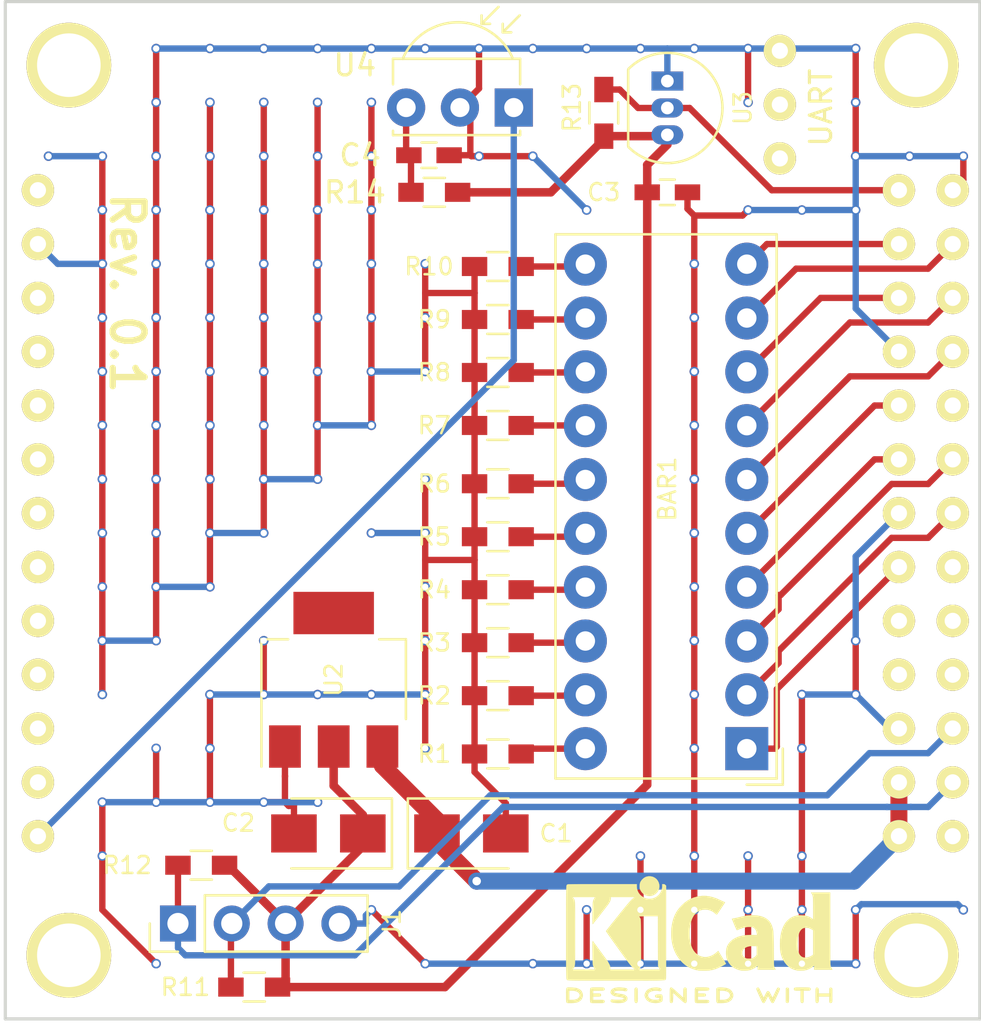
<source format=kicad_pcb>
(kicad_pcb (version 20171130) (host pcbnew "(5.1.12)-1")
  (layers (0 F.Cu signal) (31 B.Cu signal) (34 B.Paste user) (35 F.Paste user) (36 B.SilkS user) (37 F.SilkS user) (38 B.Mask user) (39 F.Mask user) (44 Edge.Cuts user))
  (net 0 "")
  (net 1 "Net-(U1-Pad3)")
  (net 2 "Net-(U1-Pad4)")
  (net 3 "Net-(U1-Pad5)")
  (net 4 "Net-(U1-Pad6)")
  (net 5 "Net-(U1-Pad7)")
  (net 6 "Net-(U1-Pad8)")
  (net 7 "Net-(U1-Pad9)")
  (net 8 "Net-(U1-Pad10)")
  (net 9 "Net-(U1-Pad11)")
  (net 10 "Net-(U1-Pad12)")
  (net 11 "Net-(U1-Pad13)")
  (net 12 "Net-(U1-Pad101)")
  (net 13 "Net-(U1-Pad107)")
  (net 14 "Net-(U1-Pad108)")
  (net 15 "Net-(U1-Pad109)")
  (net 16 "Net-(U1-Pad110)")
  (net 17 "Net-(U1-Pad111)")
  (net 18 "Net-(U1-Pad117)")
  (net 19 "Net-(U1-Pad202)")
  (net 20 "Net-(U1-Pad203)")
  (net 21 "Net-(BAR1-Pad20)")
  (net 22 "Net-(BAR1-Pad19)")
  (net 23 "Net-(BAR1-Pad18)")
  (net 24 "Net-(BAR1-Pad17)")
  (net 25 "Net-(BAR1-Pad9)")
  (net 26 "Net-(BAR1-Pad10)")
  (net 27 "Net-(BAR1-Pad11)")
  (net 28 "Net-(BAR1-Pad12)")
  (net 29 "Net-(BAR1-Pad8)")
  (net 30 "Net-(BAR1-Pad7)")
  (net 31 "Net-(BAR1-Pad6)")
  (net 32 "Net-(BAR1-Pad5)")
  (net 33 "Net-(BAR1-Pad16)")
  (net 34 "Net-(BAR1-Pad15)")
  (net 35 "Net-(BAR1-Pad14)")
  (net 36 "Net-(BAR1-Pad13)")
  (net 37 "Net-(BAR1-Pad4)")
  (net 38 "Net-(BAR1-Pad3)")
  (net 39 "Net-(BAR1-Pad2)")
  (net 40 "Net-(BAR1-Pad1)")
  (net 41 GND)
  (net 42 +5V)
  (net 43 +3V3)
  (net 44 "Net-(J1-Pad2)")
  (net 45 "Net-(J1-Pad1)")
  (net 46 "Net-(R13-Pad1)")
  (net 47 "Net-(C4-Pad2)")
  (net 48 "Net-(U1-Pad1)")
  (module myfootprints:orangepi-zero (layer F.Cu) (at 113 98.5)
    (fp_text reference U1 hide)
    (fp_text value orange_pi_zero)
    (fp_text user UART (at 38.5 -43 -90) (layer F.SilkS))
    (pad "" thru_hole circle (at 43 -45) (size 4 4) (drill 3) (layers *.Cu *.Mask F.SilkS))
    (pad 1 thru_hole circle (at 1.54 -39.1) (size 1.524 1.524) (drill 0.762) (layers *.Cu *.Mask F.SilkS) (net 48 "Net-(U1-Pad1)"))
    (pad 2 thru_hole circle (at 1.54 -36.56) (size 1.524 1.524) (drill 0.762) (layers *.Cu *.Mask F.SilkS) (net 41 GND))
    (pad 3 thru_hole circle (at 1.54 -34.02) (size 1.524 1.524) (drill 0.762) (layers *.Cu *.Mask F.SilkS) (net 1 "Net-(U1-Pad3)"))
    (pad 4 thru_hole circle (at 1.54 -31.48) (size 1.524 1.524) (drill 0.762) (layers *.Cu *.Mask F.SilkS) (net 2 "Net-(U1-Pad4)"))
    (pad 5 thru_hole circle (at 1.54 -28.94) (size 1.524 1.524) (drill 0.762) (layers *.Cu *.Mask F.SilkS) (net 3 "Net-(U1-Pad5)"))
    (pad 6 thru_hole circle (at 1.54 -26.4) (size 1.524 1.524) (drill 0.762) (layers *.Cu *.Mask F.SilkS) (net 4 "Net-(U1-Pad6)"))
    (pad 7 thru_hole circle (at 1.54 -23.86) (size 1.524 1.524) (drill 0.762) (layers *.Cu *.Mask F.SilkS) (net 5 "Net-(U1-Pad7)"))
    (pad 8 thru_hole circle (at 1.54 -21.32) (size 1.524 1.524) (drill 0.762) (layers *.Cu *.Mask F.SilkS) (net 6 "Net-(U1-Pad8)"))
    (pad 9 thru_hole circle (at 1.54 -18.78) (size 1.524 1.524) (drill 0.762) (layers *.Cu *.Mask F.SilkS) (net 7 "Net-(U1-Pad9)"))
    (pad 10 thru_hole circle (at 1.54 -16.24) (size 1.524 1.524) (drill 0.762) (layers *.Cu *.Mask F.SilkS) (net 8 "Net-(U1-Pad10)"))
    (pad 11 thru_hole circle (at 1.54 -13.7) (size 1.524 1.524) (drill 0.762) (layers *.Cu *.Mask F.SilkS) (net 9 "Net-(U1-Pad11)"))
    (pad 12 thru_hole circle (at 1.54 -11.16) (size 1.524 1.524) (drill 0.762) (layers *.Cu *.Mask F.SilkS) (net 10 "Net-(U1-Pad12)"))
    (pad 13 thru_hole circle (at 1.54 -8.62) (size 1.524 1.524) (drill 0.762) (layers *.Cu *.Mask F.SilkS) (net 11 "Net-(U1-Pad13)"))
    (pad 101 thru_hole circle (at 44.72 -8.62) (size 1.524 1.524) (drill 0.762) (layers *.Cu *.Mask F.SilkS) (net 12 "Net-(U1-Pad101)"))
    (pad 102 thru_hole circle (at 42.18 -8.62) (size 1.524 1.524) (drill 0.762) (layers *.Cu *.Mask F.SilkS) (net 42 +5V))
    (pad 103 thru_hole circle (at 44.72 -11.16) (size 1.524 1.524) (drill 0.762) (layers *.Cu *.Mask F.SilkS) (net 45 "Net-(J1-Pad1)"))
    (pad 104 thru_hole circle (at 42.18 -11.16) (size 1.524 1.524) (drill 0.762) (layers *.Cu *.Mask F.SilkS) (net 42 +5V))
    (pad 105 thru_hole circle (at 44.72 -13.7) (size 1.524 1.524) (drill 0.762) (layers *.Cu *.Mask F.SilkS) (net 44 "Net-(J1-Pad2)"))
    (pad 106 thru_hole circle (at 42.18 -13.7) (size 1.524 1.524) (drill 0.762) (layers *.Cu *.Mask F.SilkS) (net 41 GND))
    (pad 107 thru_hole circle (at 44.72 -16.24) (size 1.524 1.524) (drill 0.762) (layers *.Cu *.Mask F.SilkS) (net 13 "Net-(U1-Pad107)"))
    (pad 108 thru_hole circle (at 42.18 -16.24) (size 1.524 1.524) (drill 0.762) (layers *.Cu *.Mask F.SilkS) (net 14 "Net-(U1-Pad108)"))
    (pad 109 thru_hole circle (at 44.72 -18.78) (size 1.524 1.524) (drill 0.762) (layers *.Cu *.Mask F.SilkS) (net 15 "Net-(U1-Pad109)"))
    (pad 110 thru_hole circle (at 42.18 -18.78) (size 1.524 1.524) (drill 0.762) (layers *.Cu *.Mask F.SilkS) (net 16 "Net-(U1-Pad110)"))
    (pad 111 thru_hole circle (at 44.72 -21.32) (size 1.524 1.524) (drill 0.762) (layers *.Cu *.Mask F.SilkS) (net 17 "Net-(U1-Pad111)"))
    (pad 112 thru_hole circle (at 42.18 -21.32) (size 1.524 1.524) (drill 0.762) (layers *.Cu *.Mask F.SilkS) (net 40 "Net-(BAR1-Pad1)"))
    (pad 113 thru_hole circle (at 44.72 -23.86) (size 1.524 1.524) (drill 0.762) (layers *.Cu *.Mask F.SilkS) (net 39 "Net-(BAR1-Pad2)"))
    (pad 114 thru_hole circle (at 42.18 -23.86) (size 1.524 1.524) (drill 0.762) (layers *.Cu *.Mask F.SilkS) (net 41 GND))
    (pad 115 thru_hole circle (at 44.72 -26.4) (size 1.524 1.524) (drill 0.762) (layers *.Cu *.Mask F.SilkS) (net 38 "Net-(BAR1-Pad3)"))
    (pad 116 thru_hole circle (at 42.18 -26.4) (size 1.524 1.524) (drill 0.762) (layers *.Cu *.Mask F.SilkS) (net 37 "Net-(BAR1-Pad4)"))
    (pad 117 thru_hole circle (at 44.72 -28.94) (size 1.524 1.524) (drill 0.762) (layers *.Cu *.Mask F.SilkS) (net 18 "Net-(U1-Pad117)"))
    (pad 118 thru_hole circle (at 42.18 -28.94) (size 1.524 1.524) (drill 0.762) (layers *.Cu *.Mask F.SilkS) (net 32 "Net-(BAR1-Pad5)"))
    (pad 119 thru_hole circle (at 44.72 -31.48) (size 1.524 1.524) (drill 0.762) (layers *.Cu *.Mask F.SilkS) (net 31 "Net-(BAR1-Pad6)"))
    (pad 120 thru_hole circle (at 42.18 -31.48) (size 1.524 1.524) (drill 0.762) (layers *.Cu *.Mask F.SilkS) (net 41 GND))
    (pad 121 thru_hole circle (at 44.72 -34.02) (size 1.524 1.524) (drill 0.762) (layers *.Cu *.Mask F.SilkS) (net 30 "Net-(BAR1-Pad7)"))
    (pad 122 thru_hole circle (at 42.18 -34.02) (size 1.524 1.524) (drill 0.762) (layers *.Cu *.Mask F.SilkS) (net 29 "Net-(BAR1-Pad8)"))
    (pad 123 thru_hole circle (at 44.72 -36.56) (size 1.524 1.524) (drill 0.762) (layers *.Cu *.Mask F.SilkS) (net 25 "Net-(BAR1-Pad9)"))
    (pad 124 thru_hole circle (at 42.18 -36.56) (size 1.524 1.524) (drill 0.762) (layers *.Cu *.Mask F.SilkS) (net 26 "Net-(BAR1-Pad10)"))
    (pad 125 thru_hole circle (at 44.72 -39.1) (size 1.524 1.524) (drill 0.762) (layers *.Cu *.Mask F.SilkS) (net 41 GND))
    (pad 126 thru_hole circle (at 42.18 -39.1) (size 1.524 1.524) (drill 0.762) (layers *.Cu *.Mask F.SilkS) (net 46 "Net-(R13-Pad1)"))
    (pad 201 thru_hole circle (at 36.56 -45.68) (size 1.524 1.524) (drill 0.762) (layers *.Cu *.Mask F.SilkS) (net 41 GND))
    (pad 202 thru_hole circle (at 36.56 -43.14) (size 1.524 1.524) (drill 0.762) (layers *.Cu *.Mask F.SilkS) (net 19 "Net-(U1-Pad202)"))
    (pad 203 thru_hole circle (at 36.56 -40.6) (size 1.524 1.524) (drill 0.762) (layers *.Cu *.Mask F.SilkS) (net 20 "Net-(U1-Pad203)"))
    (pad "" thru_hole circle (at 3 -45) (size 4 4) (drill 3) (layers *.Cu *.Mask F.SilkS))
    (pad "" thru_hole circle (at 3 -3) (size 4 4) (drill 3) (layers *.Cu *.Mask F.SilkS))
    (pad "" thru_hole circle (at 43 -3) (size 4 4) (drill 3) (layers *.Cu *.Mask F.SilkS))
  )
  (module Symbols:KiCad-Logo2_6mm_SilkScreen (layer F.Cu) (at 145.75 94.75)
    (fp_text reference REF*** hide)
    (fp_text value KiCad-Logo2_6mm_SilkScreen hide)
  )
  (module Displays:HDSP-4850 (layer F.Cu) (at 148 85.75 180)
    (fp_text reference BAR1 (at 3.75 12.25 270) (layer F.SilkS) (effects (font (size 0.8 0.8) (thickness 0.12))))
    (fp_text value HDSP-4850_2)
    (pad 20 thru_hole circle (at 7.62 0 90) (size 2.032 2.032) (drill 0.9144) (layers *.Cu *.Mask) (net 21 "Net-(BAR1-Pad20)"))
    (pad 19 thru_hole circle (at 7.62 2.54 90) (size 2.032 2.032) (drill 0.9144) (layers *.Cu *.Mask) (net 22 "Net-(BAR1-Pad19)"))
    (pad 18 thru_hole circle (at 7.62 5.08 90) (size 2.032 2.032) (drill 0.9144) (layers *.Cu *.Mask) (net 23 "Net-(BAR1-Pad18)"))
    (pad 17 thru_hole circle (at 7.62 7.62 90) (size 2.032 2.032) (drill 0.9144) (layers *.Cu *.Mask) (net 24 "Net-(BAR1-Pad17)"))
    (pad 9 thru_hole circle (at 0 20.32 90) (size 2.032 2.032) (drill 0.9144) (layers *.Cu *.Mask) (net 25 "Net-(BAR1-Pad9)"))
    (pad 10 thru_hole circle (at 0 22.86 90) (size 2.032 2.032) (drill 0.9144) (layers *.Cu *.Mask) (net 26 "Net-(BAR1-Pad10)"))
    (pad 11 thru_hole circle (at 7.62 22.86 90) (size 2.032 2.032) (drill 0.9144) (layers *.Cu *.Mask) (net 27 "Net-(BAR1-Pad11)"))
    (pad 12 thru_hole circle (at 7.62 20.32 90) (size 2.032 2.032) (drill 0.9144) (layers *.Cu *.Mask) (net 28 "Net-(BAR1-Pad12)"))
    (pad 8 thru_hole circle (at 0 17.78 90) (size 2.032 2.032) (drill 0.9144) (layers *.Cu *.Mask) (net 29 "Net-(BAR1-Pad8)"))
    (pad 7 thru_hole circle (at 0 15.24 90) (size 2.032 2.032) (drill 0.9144) (layers *.Cu *.Mask) (net 30 "Net-(BAR1-Pad7)"))
    (pad 6 thru_hole circle (at 0 12.7 90) (size 2.032 2.032) (drill 0.9144) (layers *.Cu *.Mask) (net 31 "Net-(BAR1-Pad6)"))
    (pad 5 thru_hole circle (at 0 10.16 90) (size 2.032 2.032) (drill 0.9144) (layers *.Cu *.Mask) (net 32 "Net-(BAR1-Pad5)"))
    (pad 16 thru_hole circle (at 7.62 10.16 90) (size 2.032 2.032) (drill 0.9144) (layers *.Cu *.Mask) (net 33 "Net-(BAR1-Pad16)"))
    (pad 15 thru_hole circle (at 7.62 12.7 90) (size 2.032 2.032) (drill 0.9144) (layers *.Cu *.Mask) (net 34 "Net-(BAR1-Pad15)"))
    (pad 14 thru_hole circle (at 7.62 15.24 90) (size 2.032 2.032) (drill 0.9144) (layers *.Cu *.Mask) (net 35 "Net-(BAR1-Pad14)"))
    (pad 13 thru_hole circle (at 7.62 17.78 90) (size 2.032 2.032) (drill 0.9144) (layers *.Cu *.Mask) (net 36 "Net-(BAR1-Pad13)"))
    (pad 4 thru_hole circle (at 0 7.62 90) (size 2.032 2.032) (drill 0.9144) (layers *.Cu *.Mask) (net 37 "Net-(BAR1-Pad4)"))
    (pad 3 thru_hole circle (at 0 5.08 90) (size 2.032 2.032) (drill 0.9144) (layers *.Cu *.Mask) (net 38 "Net-(BAR1-Pad3)"))
    (pad 2 thru_hole circle (at 0 2.54 90) (size 2.032 2.032) (drill 0.9144) (layers *.Cu *.Mask) (net 39 "Net-(BAR1-Pad2)"))
    (pad 1 thru_hole rect (at 0 0 90) (size 2.032 2.032) (drill 0.9144) (layers *.Cu *.Mask) (net 40 "Net-(BAR1-Pad1)"))
  )
  (module Capacitors_Tantalum_SMD:CP_Tantalum_Case-B_EIA-3528-21_Wave (layer F.Cu) (at 135 89.75)
    (fp_text reference C1 (at 4 0) (layer F.SilkS) (effects (font (size 0.8 0.8) (thickness 0.12))))
    (fp_text value 22u)
    (pad 2 smd rect (at 1.625 0) (size 2.15 1.8) (layers F.Cu F.Paste F.Mask) (net 41 GND))
    (pad 1 smd rect (at -1.625 0) (size 2.15 1.8) (layers F.Cu F.Paste F.Mask) (net 42 +5V))
  )
  (module Capacitors_Tantalum_SMD:CP_Tantalum_Case-B_EIA-3528-21_Wave (layer F.Cu) (at 128.25 89.75 180)
    (fp_text reference C2 (at 4.25 0.5 180) (layer F.SilkS) (effects (font (size 0.8 0.8) (thickness 0.12))))
    (fp_text value 22u)
    (pad 1 smd rect (at -1.625 0 180) (size 2.15 1.8) (layers F.Cu F.Paste F.Mask) (net 43 +3V3))
    (pad 2 smd rect (at 1.625 0 180) (size 2.15 1.8) (layers F.Cu F.Paste F.Mask) (net 41 GND))
  )
  (module Resistors_SMD:R_0603_HandSoldering (layer F.Cu) (at 136.25 86)
    (fp_text reference R1 (at -3 0) (layer F.SilkS) (effects (font (size 0.8 0.8) (thickness 0.12))))
    (fp_text value 330)
    (pad 2 smd rect (at 1.1 0) (size 1.2 0.9) (layers F.Cu F.Paste F.Mask) (net 21 "Net-(BAR1-Pad20)"))
    (pad 1 smd rect (at -1.1 0) (size 1.2 0.9) (layers F.Cu F.Paste F.Mask) (net 41 GND))
  )
  (module Resistors_SMD:R_0603_HandSoldering (layer F.Cu) (at 136.25 83.25)
    (fp_text reference R2 (at -3 0) (layer F.SilkS) (effects (font (size 0.8 0.8) (thickness 0.12))))
    (fp_text value 330)
    (pad 1 smd rect (at -1.1 0) (size 1.2 0.9) (layers F.Cu F.Paste F.Mask) (net 41 GND))
    (pad 2 smd rect (at 1.1 0) (size 1.2 0.9) (layers F.Cu F.Paste F.Mask) (net 22 "Net-(BAR1-Pad19)"))
  )
  (module Resistors_SMD:R_0603_HandSoldering (layer F.Cu) (at 136.25 80.75)
    (fp_text reference R3 (at -3 0) (layer F.SilkS) (effects (font (size 0.8 0.8) (thickness 0.12))))
    (fp_text value 330)
    (pad 2 smd rect (at 1.1 0) (size 1.2 0.9) (layers F.Cu F.Paste F.Mask) (net 23 "Net-(BAR1-Pad18)"))
    (pad 1 smd rect (at -1.1 0) (size 1.2 0.9) (layers F.Cu F.Paste F.Mask) (net 41 GND))
  )
  (module Resistors_SMD:R_0603_HandSoldering (layer F.Cu) (at 136.25 78.25)
    (fp_text reference R4 (at -3 0) (layer F.SilkS) (effects (font (size 0.8 0.8) (thickness 0.12))))
    (fp_text value 330)
    (pad 1 smd rect (at -1.1 0) (size 1.2 0.9) (layers F.Cu F.Paste F.Mask) (net 41 GND))
    (pad 2 smd rect (at 1.1 0) (size 1.2 0.9) (layers F.Cu F.Paste F.Mask) (net 24 "Net-(BAR1-Pad17)"))
  )
  (module Resistors_SMD:R_0603_HandSoldering (layer F.Cu) (at 136.25 75.75)
    (fp_text reference R5 (at -3 0) (layer F.SilkS) (effects (font (size 0.8 0.8) (thickness 0.12))))
    (fp_text value 330)
    (pad 2 smd rect (at 1.1 0) (size 1.2 0.9) (layers F.Cu F.Paste F.Mask) (net 33 "Net-(BAR1-Pad16)"))
    (pad 1 smd rect (at -1.1 0) (size 1.2 0.9) (layers F.Cu F.Paste F.Mask) (net 41 GND))
  )
  (module Resistors_SMD:R_0603_HandSoldering (layer F.Cu) (at 136.25 73.25)
    (fp_text reference R6 (at -3 0) (layer F.SilkS) (effects (font (size 0.8 0.8) (thickness 0.12))))
    (fp_text value 330)
    (pad 1 smd rect (at -1.1 0) (size 1.2 0.9) (layers F.Cu F.Paste F.Mask) (net 41 GND))
    (pad 2 smd rect (at 1.1 0) (size 1.2 0.9) (layers F.Cu F.Paste F.Mask) (net 34 "Net-(BAR1-Pad15)"))
  )
  (module Resistors_SMD:R_0603_HandSoldering (layer F.Cu) (at 136.25 70.5)
    (fp_text reference R7 (at -3 0) (layer F.SilkS) (effects (font (size 0.8 0.8) (thickness 0.12))))
    (fp_text value 330)
    (pad 2 smd rect (at 1.1 0) (size 1.2 0.9) (layers F.Cu F.Paste F.Mask) (net 35 "Net-(BAR1-Pad14)"))
    (pad 1 smd rect (at -1.1 0) (size 1.2 0.9) (layers F.Cu F.Paste F.Mask) (net 41 GND))
  )
  (module Resistors_SMD:R_0603_HandSoldering (layer F.Cu) (at 136.25 68)
    (fp_text reference R8 (at -3 0) (layer F.SilkS) (effects (font (size 0.8 0.8) (thickness 0.12))))
    (fp_text value 330)
    (pad 1 smd rect (at -1.1 0) (size 1.2 0.9) (layers F.Cu F.Paste F.Mask) (net 41 GND))
    (pad 2 smd rect (at 1.1 0) (size 1.2 0.9) (layers F.Cu F.Paste F.Mask) (net 36 "Net-(BAR1-Pad13)"))
  )
  (module Resistors_SMD:R_0603_HandSoldering (layer F.Cu) (at 136.25 65.5)
    (fp_text reference R9 (at -3 0) (layer F.SilkS) (effects (font (size 0.8 0.8) (thickness 0.12))))
    (fp_text value 330)
    (pad 2 smd rect (at 1.1 0) (size 1.2 0.9) (layers F.Cu F.Paste F.Mask) (net 28 "Net-(BAR1-Pad12)"))
    (pad 1 smd rect (at -1.1 0) (size 1.2 0.9) (layers F.Cu F.Paste F.Mask) (net 41 GND))
  )
  (module Resistors_SMD:R_0603_HandSoldering (layer F.Cu) (at 136.25 63)
    (fp_text reference R10 (at -3.25 0) (layer F.SilkS) (effects (font (size 0.8 0.8) (thickness 0.12))))
    (fp_text value 330)
    (pad 1 smd rect (at -1.1 0) (size 1.2 0.9) (layers F.Cu F.Paste F.Mask) (net 41 GND))
    (pad 2 smd rect (at 1.1 0) (size 1.2 0.9) (layers F.Cu F.Paste F.Mask) (net 27 "Net-(BAR1-Pad11)"))
  )
  (module TO_SOT_Packages_SMD:SOT-223 (layer F.Cu) (at 128.5 82.5 90)
    (fp_text reference U2 (at 0 0 90) (layer F.SilkS) (effects (font (size 0.8 0.8) (thickness 0.12))))
    (fp_text value AMS1117-3.3)
    (pad 1 smd rect (at -3.15 -2.3 90) (size 2 1.5) (layers F.Cu F.Paste F.Mask) (net 41 GND))
    (pad 3 smd rect (at -3.15 2.3 90) (size 2 1.5) (layers F.Cu F.Paste F.Mask) (net 42 +5V))
    (pad 2 smd rect (at -3.15 0 90) (size 2 1.5) (layers F.Cu F.Paste F.Mask) (net 43 +3V3))
    (pad 4 smd rect (at 3.15 0 90) (size 2 3.8) (layers F.Cu F.Paste F.Mask))
  )
  (module Pin_Headers:Pin_Header_Straight_1x04_Pitch2.54mm (layer F.Cu) (at 121.15 94 90)
    (fp_text reference J1 (at 0 10.1 90) (layer F.SilkS) (effects (font (size 0.8 0.8) (thickness 0.12))))
    (fp_text value Conn_01x04)
    (pad 4 thru_hole oval (at 0 7.62 90) (size 1.7 1.7) (drill 1) (layers *.Cu *.Mask) (net 41 GND))
    (pad 3 thru_hole oval (at 0 5.08 90) (size 1.7 1.7) (drill 1) (layers *.Cu *.Mask) (net 43 +3V3))
    (pad 2 thru_hole oval (at 0 2.54 90) (size 1.7 1.7) (drill 1) (layers *.Cu *.Mask) (net 44 "Net-(J1-Pad2)"))
    (pad 1 thru_hole rect (at 0 0 90) (size 1.7 1.7) (drill 1) (layers *.Cu *.Mask) (net 45 "Net-(J1-Pad1)"))
  )
  (module Resistors_SMD:R_0603_HandSoldering (layer F.Cu) (at 124.75 97)
    (fp_text reference R11 (at -3.25 0) (layer F.SilkS) (effects (font (size 0.8 0.8) (thickness 0.12))))
    (fp_text value 4K7)
    (pad 1 smd rect (at -1.1 0) (size 1.2 0.9) (layers F.Cu F.Paste F.Mask) (net 44 "Net-(J1-Pad2)"))
    (pad 2 smd rect (at 1.1 0) (size 1.2 0.9) (layers F.Cu F.Paste F.Mask) (net 43 +3V3))
  )
  (module Resistors_SMD:R_0603_HandSoldering (layer F.Cu) (at 122.25 91.25)
    (fp_text reference R12 (at -3.5 0) (layer F.SilkS) (effects (font (size 0.8 0.8) (thickness 0.12))))
    (fp_text value 4K7)
    (pad 2 smd rect (at 1.1 0) (size 1.2 0.9) (layers F.Cu F.Paste F.Mask) (net 43 +3V3))
    (pad 1 smd rect (at -1.1 0) (size 1.2 0.9) (layers F.Cu F.Paste F.Mask) (net 45 "Net-(J1-Pad1)"))
  )
  (module Capacitors_SMD:C_0603_HandSoldering (layer F.Cu) (at 144.25 59.5 180)
    (fp_text reference C3 (at 3 0 180) (layer F.SilkS) (effects (font (size 0.8 0.8) (thickness 0.12))))
    (fp_text value 100n)
    (pad 2 smd rect (at 0.95 0 180) (size 1.2 0.75) (layers F.Cu F.Paste F.Mask) (net 43 +3V3))
    (pad 1 smd rect (at -0.95 0 180) (size 1.2 0.75) (layers F.Cu F.Paste F.Mask) (net 41 GND))
  )
  (module Resistors_SMD:R_0603_HandSoldering (layer F.Cu) (at 141.25 55.75 270)
    (fp_text reference R13 (at -0.25 1.5 90) (layer F.SilkS) (effects (font (size 0.8 0.8) (thickness 0.12))))
    (fp_text value 4K7)
    (pad 2 smd rect (at 1.1 0 270) (size 1.2 0.9) (layers F.Cu F.Paste F.Mask) (net 43 +3V3))
    (pad 1 smd rect (at -1.1 0 270) (size 1.2 0.9) (layers F.Cu F.Paste F.Mask) (net 46 "Net-(R13-Pad1)"))
  )
  (module TO_SOT_Packages_THT:TO-92_Inline_Narrow_Oval (layer F.Cu) (at 144.25 54.25 270)
    (fp_text reference U3 (at 1.27 -3.56 90) (layer F.SilkS) (effects (font (size 0.8 0.8) (thickness 0.12))))
    (fp_text value DS18B20)
    (pad 1 thru_hole rect (at 0 0 90) (size 0.9 1.5) (drill 0.6) (layers *.Cu *.Mask) (net 41 GND))
    (pad 3 thru_hole oval (at 2.54 0 90) (size 0.9 1.5) (drill 0.6) (layers *.Cu *.Mask) (net 43 +3V3))
    (pad 2 thru_hole oval (at 1.27 0 90) (size 0.9 1.5) (drill 0.6) (layers *.Cu *.Mask) (net 46 "Net-(R13-Pad1)"))
  )
  (module Capacitors_SMD:C_0603_HandSoldering (layer F.Cu) (at 133 57.75 180)
    (fp_text reference C4 (at 3.25 0 180) (layer F.SilkS))
    (fp_text value 100n)
    (pad 2 smd rect (at 0.95 0 180) (size 1.2 0.75) (layers F.Cu F.Paste F.Mask) (net 47 "Net-(C4-Pad2)"))
    (pad 1 smd rect (at -0.95 0 180) (size 1.2 0.75) (layers F.Cu F.Paste F.Mask) (net 41 GND))
  )
  (module Resistors_SMD:R_0603_HandSoldering (layer F.Cu) (at 133.25 59.5)
    (fp_text reference R14 (at -3.75 0) (layer F.SilkS))
    (fp_text value 100)
    (pad 2 smd rect (at 1.1 0) (size 1.2 0.9) (layers F.Cu F.Paste F.Mask) (net 43 +3V3))
    (pad 1 smd rect (at -1.1 0) (size 1.2 0.9) (layers F.Cu F.Paste F.Mask) (net 47 "Net-(C4-Pad2)"))
  )
  (module Opto-Devices:IRReceiver_Vishay_MOLD-3pin (layer F.Cu) (at 137 55.5 180)
    (fp_text reference U4 (at 7.5 2) (layer F.SilkS))
    (fp_text value TSOP343xx)
    (pad 3 thru_hole circle (at 5.08 0 180) (size 1.8 1.8) (drill 0.9) (layers *.Cu *.Mask) (net 47 "Net-(C4-Pad2)"))
    (pad 2 thru_hole circle (at 2.54 0 180) (size 1.8 1.8) (drill 0.9) (layers *.Cu *.Mask) (net 41 GND))
    (pad 1 thru_hole rect (at 0 0 180) (size 1.8 1.8) (drill 0.9) (layers *.Cu *.Mask) (net 11 "Net-(U1-Pad13)"))
  )
  (module VIA_MATRIX (layer F.Cu) (at 120.12 52.715)
    (fp_text reference V3_1 hide)
    (fp_text value AUTO_VIA hide)
    (pad 1 thru_hole circle (at 0 0) (size 0.45 0.45) (drill 0.3) (layers *.Cu) (net 41 GND) (clearance 0.3))
  )
  (module VIA_MATRIX (layer F.Cu) (at 122.66 52.715)
    (fp_text reference V4_1 hide)
    (fp_text value AUTO_VIA hide)
    (pad 1 thru_hole circle (at 0 0) (size 0.45 0.45) (drill 0.3) (layers *.Cu) (net 41 GND) (clearance 0.3))
  )
  (module VIA_MATRIX (layer F.Cu) (at 125.2 52.715)
    (fp_text reference V5_1 hide)
    (fp_text value AUTO_VIA hide)
    (pad 1 thru_hole circle (at 0 0) (size 0.45 0.45) (drill 0.3) (layers *.Cu) (net 41 GND) (clearance 0.3))
  )
  (module VIA_MATRIX (layer F.Cu) (at 127.74 52.715)
    (fp_text reference V6_1 hide)
    (fp_text value AUTO_VIA hide)
    (pad 1 thru_hole circle (at 0 0) (size 0.45 0.45) (drill 0.3) (layers *.Cu) (net 41 GND) (clearance 0.3))
  )
  (module VIA_MATRIX (layer F.Cu) (at 130.28 52.715)
    (fp_text reference V7_1 hide)
    (fp_text value AUTO_VIA hide)
    (pad 1 thru_hole circle (at 0 0) (size 0.45 0.45) (drill 0.3) (layers *.Cu) (net 41 GND) (clearance 0.3))
  )
  (module VIA_MATRIX (layer F.Cu) (at 132.82 52.715)
    (fp_text reference V8_1 hide)
    (fp_text value AUTO_VIA hide)
    (pad 1 thru_hole circle (at 0 0) (size 0.45 0.45) (drill 0.3) (layers *.Cu) (net 41 GND) (clearance 0.3))
  )
  (module VIA_MATRIX (layer F.Cu) (at 135.36 52.715)
    (fp_text reference V9_1 hide)
    (fp_text value AUTO_VIA hide)
    (pad 1 thru_hole circle (at 0 0) (size 0.45 0.45) (drill 0.3) (layers *.Cu) (net 41 GND) (clearance 0.3))
  )
  (module VIA_MATRIX (layer F.Cu) (at 137.9 52.715)
    (fp_text reference V10_1 hide)
    (fp_text value AUTO_VIA hide)
    (pad 1 thru_hole circle (at 0 0) (size 0.45 0.45) (drill 0.3) (layers *.Cu) (net 41 GND) (clearance 0.3))
  )
  (module VIA_MATRIX (layer F.Cu) (at 140.44 52.715)
    (fp_text reference V11_1 hide)
    (fp_text value AUTO_VIA hide)
    (pad 1 thru_hole circle (at 0 0) (size 0.45 0.45) (drill 0.3) (layers *.Cu) (net 41 GND) (clearance 0.3))
  )
  (module VIA_MATRIX (layer F.Cu) (at 142.98 52.715)
    (fp_text reference V12_1 hide)
    (fp_text value AUTO_VIA hide)
    (pad 1 thru_hole circle (at 0 0) (size 0.45 0.45) (drill 0.3) (layers *.Cu) (net 41 GND) (clearance 0.3))
  )
  (module VIA_MATRIX (layer F.Cu) (at 145.52 52.715)
    (fp_text reference V13_1 hide)
    (fp_text value AUTO_VIA hide)
    (pad 1 thru_hole circle (at 0 0) (size 0.45 0.45) (drill 0.3) (layers *.Cu) (net 41 GND) (clearance 0.3))
  )
  (module VIA_MATRIX (layer F.Cu) (at 148.06 52.715)
    (fp_text reference V14_1 hide)
    (fp_text value AUTO_VIA hide)
    (pad 1 thru_hole circle (at 0 0) (size 0.45 0.45) (drill 0.3) (layers *.Cu) (net 41 GND) (clearance 0.3))
  )
  (module VIA_MATRIX (layer F.Cu) (at 153.14 52.715)
    (fp_text reference V16_1 hide)
    (fp_text value AUTO_VIA hide)
    (pad 1 thru_hole circle (at 0 0) (size 0.45 0.45) (drill 0.3) (layers *.Cu) (net 41 GND) (clearance 0.3))
  )
  (module VIA_MATRIX (layer F.Cu) (at 120.12 55.255)
    (fp_text reference V3_2 hide)
    (fp_text value AUTO_VIA hide)
    (pad 1 thru_hole circle (at 0 0) (size 0.45 0.45) (drill 0.3) (layers *.Cu) (net 41 GND) (clearance 0.3))
  )
  (module VIA_MATRIX (layer F.Cu) (at 122.66 55.255)
    (fp_text reference V4_2 hide)
    (fp_text value AUTO_VIA hide)
    (pad 1 thru_hole circle (at 0 0) (size 0.45 0.45) (drill 0.3) (layers *.Cu) (net 41 GND) (clearance 0.3))
  )
  (module VIA_MATRIX (layer F.Cu) (at 125.2 55.255)
    (fp_text reference V5_2 hide)
    (fp_text value AUTO_VIA hide)
    (pad 1 thru_hole circle (at 0 0) (size 0.45 0.45) (drill 0.3) (layers *.Cu) (net 41 GND) (clearance 0.3))
  )
  (module VIA_MATRIX (layer F.Cu) (at 127.74 55.255)
    (fp_text reference V6_2 hide)
    (fp_text value AUTO_VIA hide)
    (pad 1 thru_hole circle (at 0 0) (size 0.45 0.45) (drill 0.3) (layers *.Cu) (net 41 GND) (clearance 0.3))
  )
  (module VIA_MATRIX (layer F.Cu) (at 130.28 55.255)
    (fp_text reference V7_2 hide)
    (fp_text value AUTO_VIA hide)
    (pad 1 thru_hole circle (at 0 0) (size 0.45 0.45) (drill 0.3) (layers *.Cu) (net 41 GND) (clearance 0.3))
  )
  (module VIA_MATRIX (layer F.Cu) (at 148.06 55.255)
    (fp_text reference V14_2 hide)
    (fp_text value AUTO_VIA hide)
    (pad 1 thru_hole circle (at 0 0) (size 0.45 0.45) (drill 0.3) (layers *.Cu) (net 41 GND) (clearance 0.3))
  )
  (module VIA_MATRIX (layer F.Cu) (at 153.14 55.255)
    (fp_text reference V16_2 hide)
    (fp_text value AUTO_VIA hide)
    (pad 1 thru_hole circle (at 0 0) (size 0.45 0.45) (drill 0.3) (layers *.Cu) (net 41 GND) (clearance 0.3))
  )
  (module VIA_MATRIX (layer F.Cu) (at 115.04 57.795)
    (fp_text reference V1_3 hide)
    (fp_text value AUTO_VIA hide)
    (pad 1 thru_hole circle (at 0 0) (size 0.45 0.45) (drill 0.3) (layers *.Cu) (net 41 GND) (clearance 0.3))
  )
  (module VIA_MATRIX (layer F.Cu) (at 117.58 57.795)
    (fp_text reference V2_3 hide)
    (fp_text value AUTO_VIA hide)
    (pad 1 thru_hole circle (at 0 0) (size 0.45 0.45) (drill 0.3) (layers *.Cu) (net 41 GND) (clearance 0.3))
  )
  (module VIA_MATRIX (layer F.Cu) (at 120.12 57.795)
    (fp_text reference V3_3 hide)
    (fp_text value AUTO_VIA hide)
    (pad 1 thru_hole circle (at 0 0) (size 0.45 0.45) (drill 0.3) (layers *.Cu) (net 41 GND) (clearance 0.3))
  )
  (module VIA_MATRIX (layer F.Cu) (at 122.66 57.795)
    (fp_text reference V4_3 hide)
    (fp_text value AUTO_VIA hide)
    (pad 1 thru_hole circle (at 0 0) (size 0.45 0.45) (drill 0.3) (layers *.Cu) (net 41 GND) (clearance 0.3))
  )
  (module VIA_MATRIX (layer F.Cu) (at 125.2 57.795)
    (fp_text reference V5_3 hide)
    (fp_text value AUTO_VIA hide)
    (pad 1 thru_hole circle (at 0 0) (size 0.45 0.45) (drill 0.3) (layers *.Cu) (net 41 GND) (clearance 0.3))
  )
  (module VIA_MATRIX (layer F.Cu) (at 127.74 57.795)
    (fp_text reference V6_3 hide)
    (fp_text value AUTO_VIA hide)
    (pad 1 thru_hole circle (at 0 0) (size 0.45 0.45) (drill 0.3) (layers *.Cu) (net 41 GND) (clearance 0.3))
  )
  (module VIA_MATRIX (layer F.Cu) (at 130.28 57.795)
    (fp_text reference V7_3 hide)
    (fp_text value AUTO_VIA hide)
    (pad 1 thru_hole circle (at 0 0) (size 0.45 0.45) (drill 0.3) (layers *.Cu) (net 41 GND) (clearance 0.3))
  )
  (module VIA_MATRIX (layer F.Cu) (at 135.36 57.795)
    (fp_text reference V9_3 hide)
    (fp_text value AUTO_VIA hide)
    (pad 1 thru_hole circle (at 0 0) (size 0.45 0.45) (drill 0.3) (layers *.Cu) (net 41 GND) (clearance 0.3))
  )
  (module VIA_MATRIX (layer F.Cu) (at 137.9 57.795)
    (fp_text reference V10_3 hide)
    (fp_text value AUTO_VIA hide)
    (pad 1 thru_hole circle (at 0 0) (size 0.45 0.45) (drill 0.3) (layers *.Cu) (net 41 GND) (clearance 0.3))
  )
  (module VIA_MATRIX (layer F.Cu) (at 153.14 57.795)
    (fp_text reference V16_3 hide)
    (fp_text value AUTO_VIA hide)
    (pad 1 thru_hole circle (at 0 0) (size 0.45 0.45) (drill 0.3) (layers *.Cu) (net 41 GND) (clearance 0.3))
  )
  (module VIA_MATRIX (layer F.Cu) (at 155.68 57.795)
    (fp_text reference V17_3 hide)
    (fp_text value AUTO_VIA hide)
    (pad 1 thru_hole circle (at 0 0) (size 0.45 0.45) (drill 0.3) (layers *.Cu) (net 41 GND) (clearance 0.3))
  )
  (module VIA_MATRIX (layer F.Cu) (at 158.22 57.795)
    (fp_text reference V18_3 hide)
    (fp_text value AUTO_VIA hide)
    (pad 1 thru_hole circle (at 0 0) (size 0.45 0.45) (drill 0.3) (layers *.Cu) (net 41 GND) (clearance 0.3))
  )
  (module VIA_MATRIX (layer F.Cu) (at 117.58 60.335)
    (fp_text reference V2_4 hide)
    (fp_text value AUTO_VIA hide)
    (pad 1 thru_hole circle (at 0 0) (size 0.45 0.45) (drill 0.3) (layers *.Cu) (net 41 GND) (clearance 0.3))
  )
  (module VIA_MATRIX (layer F.Cu) (at 120.12 60.335)
    (fp_text reference V3_4 hide)
    (fp_text value AUTO_VIA hide)
    (pad 1 thru_hole circle (at 0 0) (size 0.45 0.45) (drill 0.3) (layers *.Cu) (net 41 GND) (clearance 0.3))
  )
  (module VIA_MATRIX (layer F.Cu) (at 122.66 60.335)
    (fp_text reference V4_4 hide)
    (fp_text value AUTO_VIA hide)
    (pad 1 thru_hole circle (at 0 0) (size 0.45 0.45) (drill 0.3) (layers *.Cu) (net 41 GND) (clearance 0.3))
  )
  (module VIA_MATRIX (layer F.Cu) (at 125.2 60.335)
    (fp_text reference V5_4 hide)
    (fp_text value AUTO_VIA hide)
    (pad 1 thru_hole circle (at 0 0) (size 0.45 0.45) (drill 0.3) (layers *.Cu) (net 41 GND) (clearance 0.3))
  )
  (module VIA_MATRIX (layer F.Cu) (at 127.74 60.335)
    (fp_text reference V6_4 hide)
    (fp_text value AUTO_VIA hide)
    (pad 1 thru_hole circle (at 0 0) (size 0.45 0.45) (drill 0.3) (layers *.Cu) (net 41 GND) (clearance 0.3))
  )
  (module VIA_MATRIX (layer F.Cu) (at 130.28 60.335)
    (fp_text reference V7_4 hide)
    (fp_text value AUTO_VIA hide)
    (pad 1 thru_hole circle (at 0 0) (size 0.45 0.45) (drill 0.3) (layers *.Cu) (net 41 GND) (clearance 0.3))
  )
  (module VIA_MATRIX (layer F.Cu) (at 140.44 60.335)
    (fp_text reference V11_4 hide)
    (fp_text value AUTO_VIA hide)
    (pad 1 thru_hole circle (at 0 0) (size 0.45 0.45) (drill 0.3) (layers *.Cu) (net 41 GND) (clearance 0.3))
  )
  (module VIA_MATRIX (layer F.Cu) (at 148.06 60.335)
    (fp_text reference V14_4 hide)
    (fp_text value AUTO_VIA hide)
    (pad 1 thru_hole circle (at 0 0) (size 0.45 0.45) (drill 0.3) (layers *.Cu) (net 41 GND) (clearance 0.3))
  )
  (module VIA_MATRIX (layer F.Cu) (at 150.6 60.335)
    (fp_text reference V15_4 hide)
    (fp_text value AUTO_VIA hide)
    (pad 1 thru_hole circle (at 0 0) (size 0.45 0.45) (drill 0.3) (layers *.Cu) (net 41 GND) (clearance 0.3))
  )
  (module VIA_MATRIX (layer F.Cu) (at 153.14 60.335)
    (fp_text reference V16_4 hide)
    (fp_text value AUTO_VIA hide)
    (pad 1 thru_hole circle (at 0 0) (size 0.45 0.45) (drill 0.3) (layers *.Cu) (net 41 GND) (clearance 0.3))
  )
  (module VIA_MATRIX (layer F.Cu) (at 117.58 62.875)
    (fp_text reference V2_5 hide)
    (fp_text value AUTO_VIA hide)
    (pad 1 thru_hole circle (at 0 0) (size 0.45 0.45) (drill 0.3) (layers *.Cu) (net 41 GND) (clearance 0.3))
  )
  (module VIA_MATRIX (layer F.Cu) (at 120.12 62.875)
    (fp_text reference V3_5 hide)
    (fp_text value AUTO_VIA hide)
    (pad 1 thru_hole circle (at 0 0) (size 0.45 0.45) (drill 0.3) (layers *.Cu) (net 41 GND) (clearance 0.3))
  )
  (module VIA_MATRIX (layer F.Cu) (at 122.66 62.875)
    (fp_text reference V4_5 hide)
    (fp_text value AUTO_VIA hide)
    (pad 1 thru_hole circle (at 0 0) (size 0.45 0.45) (drill 0.3) (layers *.Cu) (net 41 GND) (clearance 0.3))
  )
  (module VIA_MATRIX (layer F.Cu) (at 125.2 62.875)
    (fp_text reference V5_5 hide)
    (fp_text value AUTO_VIA hide)
    (pad 1 thru_hole circle (at 0 0) (size 0.45 0.45) (drill 0.3) (layers *.Cu) (net 41 GND) (clearance 0.3))
  )
  (module VIA_MATRIX (layer F.Cu) (at 127.74 62.875)
    (fp_text reference V6_5 hide)
    (fp_text value AUTO_VIA hide)
    (pad 1 thru_hole circle (at 0 0) (size 0.45 0.45) (drill 0.3) (layers *.Cu) (net 41 GND) (clearance 0.3))
  )
  (module VIA_MATRIX (layer F.Cu) (at 130.28 62.875)
    (fp_text reference V7_5 hide)
    (fp_text value AUTO_VIA hide)
    (pad 1 thru_hole circle (at 0 0) (size 0.45 0.45) (drill 0.3) (layers *.Cu) (net 41 GND) (clearance 0.3))
  )
  (module VIA_MATRIX (layer F.Cu) (at 132.82 62.875)
    (fp_text reference V8_5 hide)
    (fp_text value AUTO_VIA hide)
    (pad 1 thru_hole circle (at 0 0) (size 0.45 0.45) (drill 0.3) (layers *.Cu) (net 41 GND) (clearance 0.3))
  )
  (module VIA_MATRIX (layer F.Cu) (at 145.52 62.875)
    (fp_text reference V13_5 hide)
    (fp_text value AUTO_VIA hide)
    (pad 1 thru_hole circle (at 0 0) (size 0.45 0.45) (drill 0.3) (layers *.Cu) (net 41 GND) (clearance 0.3))
  )
  (module VIA_MATRIX (layer F.Cu) (at 117.58 65.415)
    (fp_text reference V2_6 hide)
    (fp_text value AUTO_VIA hide)
    (pad 1 thru_hole circle (at 0 0) (size 0.45 0.45) (drill 0.3) (layers *.Cu) (net 41 GND) (clearance 0.3))
  )
  (module VIA_MATRIX (layer F.Cu) (at 120.12 65.415)
    (fp_text reference V3_6 hide)
    (fp_text value AUTO_VIA hide)
    (pad 1 thru_hole circle (at 0 0) (size 0.45 0.45) (drill 0.3) (layers *.Cu) (net 41 GND) (clearance 0.3))
  )
  (module VIA_MATRIX (layer F.Cu) (at 122.66 65.415)
    (fp_text reference V4_6 hide)
    (fp_text value AUTO_VIA hide)
    (pad 1 thru_hole circle (at 0 0) (size 0.45 0.45) (drill 0.3) (layers *.Cu) (net 41 GND) (clearance 0.3))
  )
  (module VIA_MATRIX (layer F.Cu) (at 125.2 65.415)
    (fp_text reference V5_6 hide)
    (fp_text value AUTO_VIA hide)
    (pad 1 thru_hole circle (at 0 0) (size 0.45 0.45) (drill 0.3) (layers *.Cu) (net 41 GND) (clearance 0.3))
  )
  (module VIA_MATRIX (layer F.Cu) (at 127.74 65.415)
    (fp_text reference V6_6 hide)
    (fp_text value AUTO_VIA hide)
    (pad 1 thru_hole circle (at 0 0) (size 0.45 0.45) (drill 0.3) (layers *.Cu) (net 41 GND) (clearance 0.3))
  )
  (module VIA_MATRIX (layer F.Cu) (at 130.28 65.415)
    (fp_text reference V7_6 hide)
    (fp_text value AUTO_VIA hide)
    (pad 1 thru_hole circle (at 0 0) (size 0.45 0.45) (drill 0.3) (layers *.Cu) (net 41 GND) (clearance 0.3))
  )
  (module VIA_MATRIX (layer F.Cu) (at 132.82 65.415)
    (fp_text reference V8_6 hide)
    (fp_text value AUTO_VIA hide)
    (pad 1 thru_hole circle (at 0 0) (size 0.45 0.45) (drill 0.3) (layers *.Cu) (net 41 GND) (clearance 0.3))
  )
  (module VIA_MATRIX (layer F.Cu) (at 145.52 65.415)
    (fp_text reference V13_6 hide)
    (fp_text value AUTO_VIA hide)
    (pad 1 thru_hole circle (at 0 0) (size 0.45 0.45) (drill 0.3) (layers *.Cu) (net 41 GND) (clearance 0.3))
  )
  (module VIA_MATRIX (layer F.Cu) (at 117.58 67.955)
    (fp_text reference V2_7 hide)
    (fp_text value AUTO_VIA hide)
    (pad 1 thru_hole circle (at 0 0) (size 0.45 0.45) (drill 0.3) (layers *.Cu) (net 41 GND) (clearance 0.3))
  )
  (module VIA_MATRIX (layer F.Cu) (at 120.12 67.955)
    (fp_text reference V3_7 hide)
    (fp_text value AUTO_VIA hide)
    (pad 1 thru_hole circle (at 0 0) (size 0.45 0.45) (drill 0.3) (layers *.Cu) (net 41 GND) (clearance 0.3))
  )
  (module VIA_MATRIX (layer F.Cu) (at 122.66 67.955)
    (fp_text reference V4_7 hide)
    (fp_text value AUTO_VIA hide)
    (pad 1 thru_hole circle (at 0 0) (size 0.45 0.45) (drill 0.3) (layers *.Cu) (net 41 GND) (clearance 0.3))
  )
  (module VIA_MATRIX (layer F.Cu) (at 125.2 67.955)
    (fp_text reference V5_7 hide)
    (fp_text value AUTO_VIA hide)
    (pad 1 thru_hole circle (at 0 0) (size 0.45 0.45) (drill 0.3) (layers *.Cu) (net 41 GND) (clearance 0.3))
  )
  (module VIA_MATRIX (layer F.Cu) (at 127.74 67.955)
    (fp_text reference V6_7 hide)
    (fp_text value AUTO_VIA hide)
    (pad 1 thru_hole circle (at 0 0) (size 0.45 0.45) (drill 0.3) (layers *.Cu) (net 41 GND) (clearance 0.3))
  )
  (module VIA_MATRIX (layer F.Cu) (at 130.28 67.955)
    (fp_text reference V7_7 hide)
    (fp_text value AUTO_VIA hide)
    (pad 1 thru_hole circle (at 0 0) (size 0.45 0.45) (drill 0.3) (layers *.Cu) (net 41 GND) (clearance 0.3))
  )
  (module VIA_MATRIX (layer F.Cu) (at 132.82 67.955)
    (fp_text reference V8_7 hide)
    (fp_text value AUTO_VIA hide)
    (pad 1 thru_hole circle (at 0 0) (size 0.45 0.45) (drill 0.3) (layers *.Cu) (net 41 GND) (clearance 0.3))
  )
  (module VIA_MATRIX (layer F.Cu) (at 145.52 67.955)
    (fp_text reference V13_7 hide)
    (fp_text value AUTO_VIA hide)
    (pad 1 thru_hole circle (at 0 0) (size 0.45 0.45) (drill 0.3) (layers *.Cu) (net 41 GND) (clearance 0.3))
  )
  (module VIA_MATRIX (layer F.Cu) (at 117.58 70.495)
    (fp_text reference V2_8 hide)
    (fp_text value AUTO_VIA hide)
    (pad 1 thru_hole circle (at 0 0) (size 0.45 0.45) (drill 0.3) (layers *.Cu) (net 41 GND) (clearance 0.3))
  )
  (module VIA_MATRIX (layer F.Cu) (at 120.12 70.495)
    (fp_text reference V3_8 hide)
    (fp_text value AUTO_VIA hide)
    (pad 1 thru_hole circle (at 0 0) (size 0.45 0.45) (drill 0.3) (layers *.Cu) (net 41 GND) (clearance 0.3))
  )
  (module VIA_MATRIX (layer F.Cu) (at 122.66 70.495)
    (fp_text reference V4_8 hide)
    (fp_text value AUTO_VIA hide)
    (pad 1 thru_hole circle (at 0 0) (size 0.45 0.45) (drill 0.3) (layers *.Cu) (net 41 GND) (clearance 0.3))
  )
  (module VIA_MATRIX (layer F.Cu) (at 125.2 70.495)
    (fp_text reference V5_8 hide)
    (fp_text value AUTO_VIA hide)
    (pad 1 thru_hole circle (at 0 0) (size 0.45 0.45) (drill 0.3) (layers *.Cu) (net 41 GND) (clearance 0.3))
  )
  (module VIA_MATRIX (layer F.Cu) (at 127.74 70.495)
    (fp_text reference V6_8 hide)
    (fp_text value AUTO_VIA hide)
    (pad 1 thru_hole circle (at 0 0) (size 0.45 0.45) (drill 0.3) (layers *.Cu) (net 41 GND) (clearance 0.3))
  )
  (module VIA_MATRIX (layer F.Cu) (at 130.28 70.495)
    (fp_text reference V7_8 hide)
    (fp_text value AUTO_VIA hide)
    (pad 1 thru_hole circle (at 0 0) (size 0.45 0.45) (drill 0.3) (layers *.Cu) (net 41 GND) (clearance 0.3))
  )
  (module VIA_MATRIX (layer F.Cu) (at 145.52 70.495)
    (fp_text reference V13_8 hide)
    (fp_text value AUTO_VIA hide)
    (pad 1 thru_hole circle (at 0 0) (size 0.45 0.45) (drill 0.3) (layers *.Cu) (net 41 GND) (clearance 0.3))
  )
  (module VIA_MATRIX (layer F.Cu) (at 117.58 73.035)
    (fp_text reference V2_9 hide)
    (fp_text value AUTO_VIA hide)
    (pad 1 thru_hole circle (at 0 0) (size 0.45 0.45) (drill 0.3) (layers *.Cu) (net 41 GND) (clearance 0.3))
  )
  (module VIA_MATRIX (layer F.Cu) (at 120.12 73.035)
    (fp_text reference V3_9 hide)
    (fp_text value AUTO_VIA hide)
    (pad 1 thru_hole circle (at 0 0) (size 0.45 0.45) (drill 0.3) (layers *.Cu) (net 41 GND) (clearance 0.3))
  )
  (module VIA_MATRIX (layer F.Cu) (at 122.66 73.035)
    (fp_text reference V4_9 hide)
    (fp_text value AUTO_VIA hide)
    (pad 1 thru_hole circle (at 0 0) (size 0.45 0.45) (drill 0.3) (layers *.Cu) (net 41 GND) (clearance 0.3))
  )
  (module VIA_MATRIX (layer F.Cu) (at 125.2 73.035)
    (fp_text reference V5_9 hide)
    (fp_text value AUTO_VIA hide)
    (pad 1 thru_hole circle (at 0 0) (size 0.45 0.45) (drill 0.3) (layers *.Cu) (net 41 GND) (clearance 0.3))
  )
  (module VIA_MATRIX (layer F.Cu) (at 127.74 73.035)
    (fp_text reference V6_9 hide)
    (fp_text value AUTO_VIA hide)
    (pad 1 thru_hole circle (at 0 0) (size 0.45 0.45) (drill 0.3) (layers *.Cu) (net 41 GND) (clearance 0.3))
  )
  (module VIA_MATRIX (layer F.Cu) (at 132.82 73.035)
    (fp_text reference V8_9 hide)
    (fp_text value AUTO_VIA hide)
    (pad 1 thru_hole circle (at 0 0) (size 0.45 0.45) (drill 0.3) (layers *.Cu) (net 41 GND) (clearance 0.3))
  )
  (module VIA_MATRIX (layer F.Cu) (at 145.52 73.035)
    (fp_text reference V13_9 hide)
    (fp_text value AUTO_VIA hide)
    (pad 1 thru_hole circle (at 0 0) (size 0.45 0.45) (drill 0.3) (layers *.Cu) (net 41 GND) (clearance 0.3))
  )
  (module VIA_MATRIX (layer F.Cu) (at 117.58 75.575)
    (fp_text reference V2_10 hide)
    (fp_text value AUTO_VIA hide)
    (pad 1 thru_hole circle (at 0 0) (size 0.45 0.45) (drill 0.3) (layers *.Cu) (net 41 GND) (clearance 0.3))
  )
  (module VIA_MATRIX (layer F.Cu) (at 120.12 75.575)
    (fp_text reference V3_10 hide)
    (fp_text value AUTO_VIA hide)
    (pad 1 thru_hole circle (at 0 0) (size 0.45 0.45) (drill 0.3) (layers *.Cu) (net 41 GND) (clearance 0.3))
  )
  (module VIA_MATRIX (layer F.Cu) (at 122.66 75.575)
    (fp_text reference V4_10 hide)
    (fp_text value AUTO_VIA hide)
    (pad 1 thru_hole circle (at 0 0) (size 0.45 0.45) (drill 0.3) (layers *.Cu) (net 41 GND) (clearance 0.3))
  )
  (module VIA_MATRIX (layer F.Cu) (at 125.2 75.575)
    (fp_text reference V5_10 hide)
    (fp_text value AUTO_VIA hide)
    (pad 1 thru_hole circle (at 0 0) (size 0.45 0.45) (drill 0.3) (layers *.Cu) (net 41 GND) (clearance 0.3))
  )
  (module VIA_MATRIX (layer F.Cu) (at 130.28 75.575)
    (fp_text reference V7_10 hide)
    (fp_text value AUTO_VIA hide)
    (pad 1 thru_hole circle (at 0 0) (size 0.45 0.45) (drill 0.3) (layers *.Cu) (net 41 GND) (clearance 0.3))
  )
  (module VIA_MATRIX (layer F.Cu) (at 132.82 75.575)
    (fp_text reference V8_10 hide)
    (fp_text value AUTO_VIA hide)
    (pad 1 thru_hole circle (at 0 0) (size 0.45 0.45) (drill 0.3) (layers *.Cu) (net 41 GND) (clearance 0.3))
  )
  (module VIA_MATRIX (layer F.Cu) (at 145.52 75.575)
    (fp_text reference V13_10 hide)
    (fp_text value AUTO_VIA hide)
    (pad 1 thru_hole circle (at 0 0) (size 0.45 0.45) (drill 0.3) (layers *.Cu) (net 41 GND) (clearance 0.3))
  )
  (module VIA_MATRIX (layer F.Cu) (at 117.58 78.115)
    (fp_text reference V2_11 hide)
    (fp_text value AUTO_VIA hide)
    (pad 1 thru_hole circle (at 0 0) (size 0.45 0.45) (drill 0.3) (layers *.Cu) (net 41 GND) (clearance 0.3))
  )
  (module VIA_MATRIX (layer F.Cu) (at 120.12 78.115)
    (fp_text reference V3_11 hide)
    (fp_text value AUTO_VIA hide)
    (pad 1 thru_hole circle (at 0 0) (size 0.45 0.45) (drill 0.3) (layers *.Cu) (net 41 GND) (clearance 0.3))
  )
  (module VIA_MATRIX (layer F.Cu) (at 122.66 78.115)
    (fp_text reference V4_11 hide)
    (fp_text value AUTO_VIA hide)
    (pad 1 thru_hole circle (at 0 0) (size 0.45 0.45) (drill 0.3) (layers *.Cu) (net 41 GND) (clearance 0.3))
  )
  (module VIA_MATRIX (layer F.Cu) (at 132.82 78.115)
    (fp_text reference V8_11 hide)
    (fp_text value AUTO_VIA hide)
    (pad 1 thru_hole circle (at 0 0) (size 0.45 0.45) (drill 0.3) (layers *.Cu) (net 41 GND) (clearance 0.3))
  )
  (module VIA_MATRIX (layer F.Cu) (at 145.52 78.115)
    (fp_text reference V13_11 hide)
    (fp_text value AUTO_VIA hide)
    (pad 1 thru_hole circle (at 0 0) (size 0.45 0.45) (drill 0.3) (layers *.Cu) (net 41 GND) (clearance 0.3))
  )
  (module VIA_MATRIX (layer F.Cu) (at 117.58 80.655)
    (fp_text reference V2_12 hide)
    (fp_text value AUTO_VIA hide)
    (pad 1 thru_hole circle (at 0 0) (size 0.45 0.45) (drill 0.3) (layers *.Cu) (net 41 GND) (clearance 0.3))
  )
  (module VIA_MATRIX (layer F.Cu) (at 120.12 80.655)
    (fp_text reference V3_12 hide)
    (fp_text value AUTO_VIA hide)
    (pad 1 thru_hole circle (at 0 0) (size 0.45 0.45) (drill 0.3) (layers *.Cu) (net 41 GND) (clearance 0.3))
  )
  (module VIA_MATRIX (layer F.Cu) (at 125.2 80.655)
    (fp_text reference V5_12 hide)
    (fp_text value AUTO_VIA hide)
    (pad 1 thru_hole circle (at 0 0) (size 0.45 0.45) (drill 0.3) (layers *.Cu) (net 41 GND) (clearance 0.3))
  )
  (module VIA_MATRIX (layer F.Cu) (at 132.82 80.655)
    (fp_text reference V8_12 hide)
    (fp_text value AUTO_VIA hide)
    (pad 1 thru_hole circle (at 0 0) (size 0.45 0.45) (drill 0.3) (layers *.Cu) (net 41 GND) (clearance 0.3))
  )
  (module VIA_MATRIX (layer F.Cu) (at 145.52 80.655)
    (fp_text reference V13_12 hide)
    (fp_text value AUTO_VIA hide)
    (pad 1 thru_hole circle (at 0 0) (size 0.45 0.45) (drill 0.3) (layers *.Cu) (net 41 GND) (clearance 0.3))
  )
  (module VIA_MATRIX (layer F.Cu) (at 153.14 80.655)
    (fp_text reference V16_12 hide)
    (fp_text value AUTO_VIA hide)
    (pad 1 thru_hole circle (at 0 0) (size 0.45 0.45) (drill 0.3) (layers *.Cu) (net 41 GND) (clearance 0.3))
  )
  (module VIA_MATRIX (layer F.Cu) (at 117.58 83.195)
    (fp_text reference V2_13 hide)
    (fp_text value AUTO_VIA hide)
    (pad 1 thru_hole circle (at 0 0) (size 0.45 0.45) (drill 0.3) (layers *.Cu) (net 41 GND) (clearance 0.3))
  )
  (module VIA_MATRIX (layer F.Cu) (at 122.66 83.195)
    (fp_text reference V4_13 hide)
    (fp_text value AUTO_VIA hide)
    (pad 1 thru_hole circle (at 0 0) (size 0.45 0.45) (drill 0.3) (layers *.Cu) (net 41 GND) (clearance 0.3))
  )
  (module VIA_MATRIX (layer F.Cu) (at 125.2 83.195)
    (fp_text reference V5_13 hide)
    (fp_text value AUTO_VIA hide)
    (pad 1 thru_hole circle (at 0 0) (size 0.45 0.45) (drill 0.3) (layers *.Cu) (net 41 GND) (clearance 0.3))
  )
  (module VIA_MATRIX (layer F.Cu) (at 127.74 83.195)
    (fp_text reference V6_13 hide)
    (fp_text value AUTO_VIA hide)
    (pad 1 thru_hole circle (at 0 0) (size 0.45 0.45) (drill 0.3) (layers *.Cu) (net 41 GND) (clearance 0.3))
  )
  (module VIA_MATRIX (layer F.Cu) (at 130.28 83.195)
    (fp_text reference V7_13 hide)
    (fp_text value AUTO_VIA hide)
    (pad 1 thru_hole circle (at 0 0) (size 0.45 0.45) (drill 0.3) (layers *.Cu) (net 41 GND) (clearance 0.3))
  )
  (module VIA_MATRIX (layer F.Cu) (at 132.82 83.195)
    (fp_text reference V8_13 hide)
    (fp_text value AUTO_VIA hide)
    (pad 1 thru_hole circle (at 0 0) (size 0.45 0.45) (drill 0.3) (layers *.Cu) (net 41 GND) (clearance 0.3))
  )
  (module VIA_MATRIX (layer F.Cu) (at 145.52 83.195)
    (fp_text reference V13_13 hide)
    (fp_text value AUTO_VIA hide)
    (pad 1 thru_hole circle (at 0 0) (size 0.45 0.45) (drill 0.3) (layers *.Cu) (net 41 GND) (clearance 0.3))
  )
  (module VIA_MATRIX (layer F.Cu) (at 150.6 83.195)
    (fp_text reference V15_13 hide)
    (fp_text value AUTO_VIA hide)
    (pad 1 thru_hole circle (at 0 0) (size 0.45 0.45) (drill 0.3) (layers *.Cu) (net 41 GND) (clearance 0.3))
  )
  (module VIA_MATRIX (layer F.Cu) (at 153.14 83.195)
    (fp_text reference V16_13 hide)
    (fp_text value AUTO_VIA hide)
    (pad 1 thru_hole circle (at 0 0) (size 0.45 0.45) (drill 0.3) (layers *.Cu) (net 41 GND) (clearance 0.3))
  )
  (module VIA_MATRIX (layer F.Cu) (at 120.12 85.735)
    (fp_text reference V3_14 hide)
    (fp_text value AUTO_VIA hide)
    (pad 1 thru_hole circle (at 0 0) (size 0.45 0.45) (drill 0.3) (layers *.Cu) (net 41 GND) (clearance 0.3))
  )
  (module VIA_MATRIX (layer F.Cu) (at 122.66 85.735)
    (fp_text reference V4_14 hide)
    (fp_text value AUTO_VIA hide)
    (pad 1 thru_hole circle (at 0 0) (size 0.45 0.45) (drill 0.3) (layers *.Cu) (net 41 GND) (clearance 0.3))
  )
  (module VIA_MATRIX (layer F.Cu) (at 132.82 85.735)
    (fp_text reference V8_14 hide)
    (fp_text value AUTO_VIA hide)
    (pad 1 thru_hole circle (at 0 0) (size 0.45 0.45) (drill 0.3) (layers *.Cu) (net 41 GND) (clearance 0.3))
  )
  (module VIA_MATRIX (layer F.Cu) (at 145.52 85.735)
    (fp_text reference V13_14 hide)
    (fp_text value AUTO_VIA hide)
    (pad 1 thru_hole circle (at 0 0) (size 0.45 0.45) (drill 0.3) (layers *.Cu) (net 41 GND) (clearance 0.3))
  )
  (module VIA_MATRIX (layer F.Cu) (at 150.6 85.735)
    (fp_text reference V15_14 hide)
    (fp_text value AUTO_VIA hide)
    (pad 1 thru_hole circle (at 0 0) (size 0.45 0.45) (drill 0.3) (layers *.Cu) (net 41 GND) (clearance 0.3))
  )
  (module VIA_MATRIX (layer F.Cu) (at 117.58 88.275)
    (fp_text reference V2_15 hide)
    (fp_text value AUTO_VIA hide)
    (pad 1 thru_hole circle (at 0 0) (size 0.45 0.45) (drill 0.3) (layers *.Cu) (net 41 GND) (clearance 0.3))
  )
  (module VIA_MATRIX (layer F.Cu) (at 120.12 88.275)
    (fp_text reference V3_15 hide)
    (fp_text value AUTO_VIA hide)
    (pad 1 thru_hole circle (at 0 0) (size 0.45 0.45) (drill 0.3) (layers *.Cu) (net 41 GND) (clearance 0.3))
  )
  (module VIA_MATRIX (layer F.Cu) (at 122.66 88.275)
    (fp_text reference V4_15 hide)
    (fp_text value AUTO_VIA hide)
    (pad 1 thru_hole circle (at 0 0) (size 0.45 0.45) (drill 0.3) (layers *.Cu) (net 41 GND) (clearance 0.3))
  )
  (module VIA_MATRIX (layer F.Cu) (at 125.2 88.275)
    (fp_text reference V5_15 hide)
    (fp_text value AUTO_VIA hide)
    (pad 1 thru_hole circle (at 0 0) (size 0.45 0.45) (drill 0.3) (layers *.Cu) (net 41 GND) (clearance 0.3))
  )
  (module VIA_MATRIX (layer F.Cu) (at 127.74 88.275)
    (fp_text reference V6_15 hide)
    (fp_text value AUTO_VIA hide)
    (pad 1 thru_hole circle (at 0 0) (size 0.45 0.45) (drill 0.3) (layers *.Cu) (net 41 GND) (clearance 0.3))
  )
  (module VIA_MATRIX (layer F.Cu) (at 117.58 90.815)
    (fp_text reference V2_16 hide)
    (fp_text value AUTO_VIA hide)
    (pad 1 thru_hole circle (at 0 0) (size 0.45 0.45) (drill 0.3) (layers *.Cu) (net 41 GND) (clearance 0.3))
  )
  (module VIA_MATRIX (layer F.Cu) (at 142.98 90.815)
    (fp_text reference V12_16 hide)
    (fp_text value AUTO_VIA hide)
    (pad 1 thru_hole circle (at 0 0) (size 0.45 0.45) (drill 0.3) (layers *.Cu) (net 41 GND) (clearance 0.3))
  )
  (module VIA_MATRIX (layer F.Cu) (at 145.52 90.815)
    (fp_text reference V13_16 hide)
    (fp_text value AUTO_VIA hide)
    (pad 1 thru_hole circle (at 0 0) (size 0.45 0.45) (drill 0.3) (layers *.Cu) (net 41 GND) (clearance 0.3))
  )
  (module VIA_MATRIX (layer F.Cu) (at 148.06 90.815)
    (fp_text reference V14_16 hide)
    (fp_text value AUTO_VIA hide)
    (pad 1 thru_hole circle (at 0 0) (size 0.45 0.45) (drill 0.3) (layers *.Cu) (net 41 GND) (clearance 0.3))
  )
  (module VIA_MATRIX (layer F.Cu) (at 150.6 90.815)
    (fp_text reference V15_16 hide)
    (fp_text value AUTO_VIA hide)
    (pad 1 thru_hole circle (at 0 0) (size 0.45 0.45) (drill 0.3) (layers *.Cu) (net 41 GND) (clearance 0.3))
  )
  (module VIA_MATRIX (layer F.Cu) (at 130.28 93.355)
    (fp_text reference V7_17 hide)
    (fp_text value AUTO_VIA hide)
    (pad 1 thru_hole circle (at 0 0) (size 0.45 0.45) (drill 0.3) (layers *.Cu) (net 41 GND) (clearance 0.3))
  )
  (module VIA_MATRIX (layer F.Cu) (at 140.44 93.355)
    (fp_text reference V11_17 hide)
    (fp_text value AUTO_VIA hide)
    (pad 1 thru_hole circle (at 0 0) (size 0.45 0.45) (drill 0.3) (layers *.Cu) (net 41 GND) (clearance 0.3))
  )
  (module VIA_MATRIX (layer F.Cu) (at 142.98 93.355)
    (fp_text reference V12_17 hide)
    (fp_text value AUTO_VIA hide)
    (pad 1 thru_hole circle (at 0 0) (size 0.45 0.45) (drill 0.3) (layers *.Cu) (net 41 GND) (clearance 0.3))
  )
  (module VIA_MATRIX (layer F.Cu) (at 145.52 93.355)
    (fp_text reference V13_17 hide)
    (fp_text value AUTO_VIA hide)
    (pad 1 thru_hole circle (at 0 0) (size 0.45 0.45) (drill 0.3) (layers *.Cu) (net 41 GND) (clearance 0.3))
  )
  (module VIA_MATRIX (layer F.Cu) (at 148.06 93.355)
    (fp_text reference V14_17 hide)
    (fp_text value AUTO_VIA hide)
    (pad 1 thru_hole circle (at 0 0) (size 0.45 0.45) (drill 0.3) (layers *.Cu) (net 41 GND) (clearance 0.3))
  )
  (module VIA_MATRIX (layer F.Cu) (at 150.6 93.355)
    (fp_text reference V15_17 hide)
    (fp_text value AUTO_VIA hide)
    (pad 1 thru_hole circle (at 0 0) (size 0.45 0.45) (drill 0.3) (layers *.Cu) (net 41 GND) (clearance 0.3))
  )
  (module VIA_MATRIX (layer F.Cu) (at 153.14 93.355)
    (fp_text reference V16_17 hide)
    (fp_text value AUTO_VIA hide)
    (pad 1 thru_hole circle (at 0 0) (size 0.45 0.45) (drill 0.3) (layers *.Cu) (net 41 GND) (clearance 0.3))
  )
  (module VIA_MATRIX (layer F.Cu) (at 158.22 93.355)
    (fp_text reference V18_17 hide)
    (fp_text value AUTO_VIA hide)
    (pad 1 thru_hole circle (at 0 0) (size 0.45 0.45) (drill 0.3) (layers *.Cu) (net 41 GND) (clearance 0.3))
  )
  (module VIA_MATRIX (layer F.Cu) (at 120.12 95.895)
    (fp_text reference V3_18 hide)
    (fp_text value AUTO_VIA hide)
    (pad 1 thru_hole circle (at 0 0) (size 0.45 0.45) (drill 0.3) (layers *.Cu) (net 41 GND) (clearance 0.3))
  )
  (module VIA_MATRIX (layer F.Cu) (at 132.82 95.895)
    (fp_text reference V8_18 hide)
    (fp_text value AUTO_VIA hide)
    (pad 1 thru_hole circle (at 0 0) (size 0.45 0.45) (drill 0.3) (layers *.Cu) (net 41 GND) (clearance 0.3))
  )
  (module VIA_MATRIX (layer F.Cu) (at 137.9 95.895)
    (fp_text reference V10_18 hide)
    (fp_text value AUTO_VIA hide)
    (pad 1 thru_hole circle (at 0 0) (size 0.45 0.45) (drill 0.3) (layers *.Cu) (net 41 GND) (clearance 0.3))
  )
  (module VIA_MATRIX (layer F.Cu) (at 140.44 95.895)
    (fp_text reference V11_18 hide)
    (fp_text value AUTO_VIA hide)
    (pad 1 thru_hole circle (at 0 0) (size 0.45 0.45) (drill 0.3) (layers *.Cu) (net 41 GND) (clearance 0.3))
  )
  (module VIA_MATRIX (layer F.Cu) (at 142.98 95.895)
    (fp_text reference V12_18 hide)
    (fp_text value AUTO_VIA hide)
    (pad 1 thru_hole circle (at 0 0) (size 0.45 0.45) (drill 0.3) (layers *.Cu) (net 41 GND) (clearance 0.3))
  )
  (module VIA_MATRIX (layer F.Cu) (at 145.52 95.895)
    (fp_text reference V13_18 hide)
    (fp_text value AUTO_VIA hide)
    (pad 1 thru_hole circle (at 0 0) (size 0.45 0.45) (drill 0.3) (layers *.Cu) (net 41 GND) (clearance 0.3))
  )
  (module VIA_MATRIX (layer F.Cu) (at 148.06 95.895)
    (fp_text reference V14_18 hide)
    (fp_text value AUTO_VIA hide)
    (pad 1 thru_hole circle (at 0 0) (size 0.45 0.45) (drill 0.3) (layers *.Cu) (net 41 GND) (clearance 0.3))
  )
  (module VIA_MATRIX (layer F.Cu) (at 150.6 95.895)
    (fp_text reference V15_18 hide)
    (fp_text value AUTO_VIA hide)
    (pad 1 thru_hole circle (at 0 0) (size 0.45 0.45) (drill 0.3) (layers *.Cu) (net 41 GND) (clearance 0.3))
  )
  (module VIA_MATRIX (layer F.Cu) (at 153.14 95.895)
    (fp_text reference V16_18 hide)
    (fp_text value AUTO_VIA hide)
    (pad 1 thru_hole circle (at 0 0) (size 0.45 0.45) (drill 0.3) (layers *.Cu) (net 41 GND) (clearance 0.3))
  )
  (gr_text "Rev. 0.1" (at 118.75 64.25 270) (layer F.SilkS) (effects (font (size 1.5 1.5) (thickness 0.3))))
  (gr_line (start 113 98.5) (end 113 50.5) (layer Edge.Cuts) (width 0.15))
  (gr_line (start 159 98.5) (end 113 98.5) (layer Edge.Cuts) (width 0.15))
  (gr_line (start 159 50.5) (end 159 98.5) (layer Edge.Cuts) (width 0.15))
  (gr_line (start 113 50.5) (end 159 50.5) (layer Edge.Cuts) (width 0.15))
  (segment (start 137 55.5) (end 137 67.42) (width 0.3) (layer B.Cu) (net 11))
  (segment (start 137 67.42) (end 114.54 89.88) (width 0.3) (layer B.Cu) (net 11))
  (segment (start 137 55) (end 137 55.5) (width 0.3) (layer B.Cu) (net 11))
  (segment (start 140.38 85.75) (end 137.6 85.75) (width 0.3) (layer F.Cu) (net 21))
  (segment (start 137.6 85.75) (end 137.35 86) (width 0.3) (layer F.Cu) (net 21))
  (segment (start 137.35 83.25) (end 140.34 83.25) (width 0.3) (layer F.Cu) (net 22))
  (segment (start 140.34 83.25) (end 140.38 83.21) (width 0.3) (layer F.Cu) (net 22))
  (segment (start 137.35 80.75) (end 140.3 80.75) (width 0.3) (layer F.Cu) (net 23))
  (segment (start 140.3 80.75) (end 140.38 80.67) (width 0.3) (layer F.Cu) (net 23))
  (segment (start 137.35 78.25) (end 140.26 78.25) (width 0.3) (layer F.Cu) (net 24))
  (segment (start 140.26 78.25) (end 140.38 78.13) (width 0.3) (layer F.Cu) (net 24))
  (segment (start 157.72 61.94) (end 156.558 63.102) (width 0.3) (layer F.Cu) (net 25))
  (segment (start 156.558 63.102) (end 150.328 63.102) (width 0.3) (layer F.Cu) (net 25))
  (segment (start 150.328 63.102) (end 148 65.43) (width 0.3) (layer F.Cu) (net 25))
  (segment (start 155.18 61.94) (end 148.95 61.94) (width 0.3) (layer F.Cu) (net 26))
  (segment (start 148.95 61.94) (end 148 62.89) (width 0.3) (layer F.Cu) (net 26))
  (segment (start 137.35 63) (end 140.27 63) (width 0.3) (layer F.Cu) (net 27))
  (segment (start 140.27 63) (end 140.38 62.89) (width 0.3) (layer F.Cu) (net 27))
  (segment (start 137.35 65.5) (end 140.31 65.5) (width 0.3) (layer F.Cu) (net 28))
  (segment (start 140.31 65.5) (end 140.38 65.43) (width 0.3) (layer F.Cu) (net 28))
  (segment (start 155.18 64.48) (end 151.49 64.48) (width 0.3) (layer F.Cu) (net 29))
  (segment (start 151.49 64.48) (end 148 67.97) (width 0.3) (layer F.Cu) (net 29))
  (segment (start 157.72 64.48) (end 156.558 65.642) (width 0.3) (layer F.Cu) (net 30))
  (segment (start 156.558 65.642) (end 152.868 65.642) (width 0.3) (layer F.Cu) (net 30))
  (segment (start 152.868 65.642) (end 148 70.51) (width 0.3) (layer F.Cu) (net 30))
  (segment (start 157.72 67.02) (end 156.558 68.182) (width 0.3) (layer F.Cu) (net 31))
  (segment (start 156.558 68.182) (end 152.868 68.182) (width 0.3) (layer F.Cu) (net 31))
  (segment (start 152.868 68.182) (end 148 73.05) (width 0.3) (layer F.Cu) (net 31))
  (segment (start 155.18 69.56) (end 154.03 69.56) (width 0.3) (layer F.Cu) (net 32))
  (segment (start 154.03 69.56) (end 148 75.59) (width 0.3) (layer F.Cu) (net 32))
  (segment (start 137.35 75.75) (end 140.22 75.75) (width 0.3) (layer F.Cu) (net 33))
  (segment (start 140.22 75.75) (end 140.38 75.59) (width 0.3) (layer F.Cu) (net 33))
  (segment (start 137.35 73.25) (end 140.18 73.25) (width 0.3) (layer F.Cu) (net 34))
  (segment (start 140.18 73.25) (end 140.38 73.05) (width 0.3) (layer F.Cu) (net 34))
  (segment (start 137.35 70.5) (end 140.37 70.5) (width 0.3) (layer F.Cu) (net 35))
  (segment (start 140.37 70.5) (end 140.38 70.51) (width 0.3) (layer F.Cu) (net 35))
  (segment (start 137.35 68) (end 140.35 68) (width 0.3) (layer F.Cu) (net 36))
  (segment (start 140.35 68) (end 140.38 67.97) (width 0.3) (layer F.Cu) (net 36))
  (segment (start 155.18 72.1) (end 154.03 72.1) (width 0.3) (layer F.Cu) (net 37))
  (segment (start 154.03 72.1) (end 148 78.13) (width 0.3) (layer F.Cu) (net 37))
  (segment (start 157.72 72.1) (end 156.558 73.262) (width 0.3) (layer F.Cu) (net 38))
  (segment (start 156.558 73.262) (end 154.838 73.262) (width 0.3) (layer F.Cu) (net 38))
  (segment (start 154.838 73.262) (end 149.6 78.5) (width 0.3) (layer F.Cu) (net 38))
  (segment (start 149.6 78.5) (end 149.5 78.5) (width 0.3) (layer F.Cu) (net 38))
  (segment (start 149.5 78.5) (end 149.5 79.17) (width 0.3) (layer F.Cu) (net 38))
  (segment (start 149.5 79.17) (end 148 80.67) (width 0.3) (layer F.Cu) (net 38))
  (segment (start 157.72 74.64) (end 156.558 75.802) (width 0.3) (layer F.Cu) (net 39))
  (segment (start 156.558 75.802) (end 154.838 75.802) (width 0.3) (layer F.Cu) (net 39))
  (segment (start 154.838 75.802) (end 149.5 81.1402) (width 0.3) (layer F.Cu) (net 39))
  (segment (start 149.5 81.1402) (end 149.5 81.71) (width 0.3) (layer F.Cu) (net 39))
  (segment (start 149.5 81.71) (end 148 83.21) (width 0.3) (layer F.Cu) (net 39))
  (segment (start 148 85.75) (end 149.316 85.75) (width 0.3) (layer F.Cu) (net 40))
  (segment (start 149.316 85.75) (end 149.416 85.65) (width 0.3) (layer F.Cu) (net 40))
  (segment (start 149.416 85.65) (end 149.416 82.944) (width 0.3) (layer F.Cu) (net 40))
  (segment (start 149.416 82.944) (end 155.18 77.18) (width 0.3) (layer F.Cu) (net 40))
  (segment (start 145.52 90.815) (end 145.52 85.735) (width 0.3) (layer F.Cu) (net 41))
  (segment (start 145.52 93.355) (end 145.52 90.815) (width 0.3) (layer F.Cu) (net 41))
  (segment (start 155.18 74.64) (end 153.14 76.68) (width 0.3) (layer B.Cu) (net 41))
  (segment (start 153.14 76.68) (end 153.14 80.655) (width 0.3) (layer B.Cu) (net 41))
  (segment (start 155.18 67.02) (end 153.14 64.98) (width 0.3) (layer B.Cu) (net 41))
  (segment (start 153.14 64.98) (end 153.14 60.335) (width 0.3) (layer B.Cu) (net 41))
  (segment (start 153.14 52.715) (end 149.665 52.715) (width 0.3) (layer B.Cu) (net 41))
  (segment (start 149.665 52.715) (end 149.56 52.82) (width 0.3) (layer B.Cu) (net 41))
  (segment (start 140.44 52.715) (end 137.9 52.715) (width 0.3) (layer B.Cu) (net 41))
  (segment (start 142.98 52.715) (end 140.44 52.715) (width 0.3) (layer B.Cu) (net 41))
  (segment (start 135.15 86) (end 135.15 86.8501) (width 0.3) (layer F.Cu) (net 41))
  (segment (start 136.625 89.75) (end 136.625 88.3251) (width 0.3) (layer F.Cu) (net 41))
  (segment (start 136.625 88.3251) (end 135.15 86.8501) (width 0.3) (layer F.Cu) (net 41))
  (segment (start 132.82 76.845) (end 132.82 78.115) (width 0.3) (layer F.Cu) (net 41))
  (segment (start 132.82 75.575) (end 132.82 76.845) (width 0.3) (layer F.Cu) (net 41))
  (segment (start 135.15 76.845) (end 135.15 78.25) (width 0.3) (layer F.Cu) (net 41))
  (segment (start 135.15 75.75) (end 135.15 76.845) (width 0.3) (layer F.Cu) (net 41))
  (segment (start 132.82 76.845) (end 135.15 76.845) (width 0.3) (layer F.Cu) (net 41))
  (segment (start 132.82 64.25) (end 132.82 62.875) (width 0.3) (layer F.Cu) (net 41))
  (segment (start 132.82 65.415) (end 132.82 64.25) (width 0.3) (layer F.Cu) (net 41))
  (segment (start 135.15 64.25) (end 135.15 65.5) (width 0.3) (layer F.Cu) (net 41))
  (segment (start 135.15 63) (end 135.15 64.25) (width 0.3) (layer F.Cu) (net 41))
  (segment (start 135.15 64.25) (end 132.82 64.25) (width 0.3) (layer F.Cu) (net 41))
  (segment (start 135.15 83.25) (end 135.15 86) (width 0.3) (layer F.Cu) (net 41))
  (segment (start 135.15 80.75) (end 135.15 83.25) (width 0.3) (layer F.Cu) (net 41))
  (segment (start 135.15 73.25) (end 135.15 75.75) (width 0.3) (layer F.Cu) (net 41))
  (segment (start 135.15 70.5) (end 135.15 73.25) (width 0.3) (layer F.Cu) (net 41))
  (segment (start 135.15 68) (end 135.15 70.5) (width 0.3) (layer F.Cu) (net 41))
  (segment (start 135.15 65.5) (end 135.15 68) (width 0.3) (layer F.Cu) (net 41))
  (segment (start 135.15 78.25) (end 135.15 80.75) (width 0.3) (layer F.Cu) (net 41))
  (segment (start 126.2 85.65) (end 126.2 87.0501) (width 0.3) (layer F.Cu) (net 41))
  (segment (start 126.1998 88.275) (end 126.3747 88.4499) (width 0.3) (layer F.Cu) (net 41))
  (segment (start 126.3747 88.4499) (end 126.625 88.4499) (width 0.3) (layer F.Cu) (net 41))
  (segment (start 126.2 87.0501) (end 126.1998 87.0503) (width 0.3) (layer F.Cu) (net 41))
  (segment (start 126.1998 87.0503) (end 126.1998 88.275) (width 0.3) (layer F.Cu) (net 41))
  (segment (start 125.2 88.275) (end 126.1998 88.275) (width 0.3) (layer F.Cu) (net 41))
  (segment (start 130.28 93.355) (end 132.82 95.895) (width 0.3) (layer F.Cu) (net 41))
  (segment (start 145.52 60.5951) (end 145.2 60.2751) (width 0.3) (layer F.Cu) (net 41))
  (segment (start 145.52 62.875) (end 145.52 60.5951) (width 0.3) (layer F.Cu) (net 41))
  (segment (start 145.52 60.5951) (end 147.7999 60.5951) (width 0.3) (layer F.Cu) (net 41))
  (segment (start 147.7999 60.5951) (end 148.06 60.335) (width 0.3) (layer F.Cu) (net 41))
  (segment (start 117.58 62.875) (end 115.475 62.875) (width 0.3) (layer B.Cu) (net 41))
  (segment (start 115.475 62.875) (end 114.54 61.94) (width 0.3) (layer B.Cu) (net 41))
  (segment (start 144.25 52.715) (end 145.52 52.715) (width 0.3) (layer B.Cu) (net 41))
  (segment (start 142.98 52.715) (end 144.25 52.715) (width 0.3) (layer B.Cu) (net 41))
  (segment (start 144.25 54.25) (end 144.25 52.715) (width 0.3) (layer B.Cu) (net 41))
  (segment (start 134.46 55.5) (end 134.9501 55.9901) (width 0.3) (layer F.Cu) (net 41))
  (segment (start 134.9501 55.9901) (end 134.9501 57.75) (width 0.3) (layer F.Cu) (net 41))
  (segment (start 135.36 52.715) (end 135.36 54.6) (width 0.3) (layer F.Cu) (net 41))
  (segment (start 135.36 54.6) (end 134.46 55.5) (width 0.3) (layer F.Cu) (net 41))
  (segment (start 120.12 52.715) (end 122.66 52.715) (width 0.3) (layer B.Cu) (net 41))
  (segment (start 122.66 52.715) (end 125.2 52.715) (width 0.3) (layer B.Cu) (net 41))
  (segment (start 125.2 52.715) (end 127.74 52.715) (width 0.3) (layer B.Cu) (net 41))
  (segment (start 127.74 52.715) (end 130.28 52.715) (width 0.3) (layer B.Cu) (net 41))
  (segment (start 130.28 52.715) (end 132.82 52.715) (width 0.3) (layer B.Cu) (net 41))
  (segment (start 135.36 52.715) (end 132.82 52.715) (width 0.3) (layer B.Cu) (net 41))
  (segment (start 137.9 52.715) (end 135.36 52.715) (width 0.3) (layer B.Cu) (net 41))
  (segment (start 145.52 52.715) (end 148.06 52.715) (width 0.3) (layer B.Cu) (net 41))
  (segment (start 148.06 52.715) (end 149.455 52.715) (width 0.3) (layer B.Cu) (net 41))
  (segment (start 149.455 52.715) (end 149.56 52.82) (width 0.3) (layer B.Cu) (net 41))
  (segment (start 155.68 57.795) (end 158.22 57.795) (width 0.3) (layer B.Cu) (net 41))
  (segment (start 153.14 57.795) (end 155.68 57.795) (width 0.3) (layer B.Cu) (net 41))
  (segment (start 120.12 55.255) (end 120.12 52.715) (width 0.3) (layer F.Cu) (net 41))
  (segment (start 120.12 57.795) (end 120.12 55.255) (width 0.3) (layer F.Cu) (net 41))
  (segment (start 120.12 60.335) (end 120.12 57.795) (width 0.3) (layer F.Cu) (net 41))
  (segment (start 122.66 57.795) (end 122.66 55.255) (width 0.3) (layer F.Cu) (net 41))
  (segment (start 122.66 60.335) (end 122.66 57.795) (width 0.3) (layer F.Cu) (net 41))
  (segment (start 125.2 57.795) (end 125.2 55.255) (width 0.3) (layer F.Cu) (net 41))
  (segment (start 125.2 60.335) (end 125.2 57.795) (width 0.3) (layer F.Cu) (net 41))
  (segment (start 127.74 57.795) (end 127.74 55.255) (width 0.3) (layer F.Cu) (net 41))
  (segment (start 127.74 60.335) (end 127.74 57.795) (width 0.3) (layer F.Cu) (net 41))
  (segment (start 148.06 55.255) (end 148.06 52.715) (width 0.3) (layer F.Cu) (net 41))
  (segment (start 153.14 55.255) (end 153.14 52.715) (width 0.3) (layer F.Cu) (net 41))
  (segment (start 153.14 57.795) (end 153.14 55.255) (width 0.3) (layer F.Cu) (net 41))
  (segment (start 130.28 57.795) (end 130.28 55.255) (width 0.3) (layer F.Cu) (net 41))
  (segment (start 130.28 60.335) (end 130.28 57.795) (width 0.3) (layer F.Cu) (net 41))
  (segment (start 117.58 57.795) (end 115.04 57.795) (width 0.3) (layer B.Cu) (net 41))
  (segment (start 120.12 80.655) (end 117.58 80.655) (width 0.3) (layer B.Cu) (net 41))
  (segment (start 122.66 78.115) (end 120.12 78.115) (width 0.3) (layer B.Cu) (net 41))
  (segment (start 125.2 75.575) (end 122.66 75.575) (width 0.3) (layer B.Cu) (net 41))
  (segment (start 127.74 73.035) (end 125.2 73.035) (width 0.3) (layer B.Cu) (net 41))
  (segment (start 130.28 70.495) (end 127.74 70.495) (width 0.3) (layer B.Cu) (net 41))
  (segment (start 133.95 57.75) (end 134.9501 57.75) (width 0.3) (layer F.Cu) (net 41))
  (segment (start 135.36 57.795) (end 134.9951 57.795) (width 0.3) (layer F.Cu) (net 41))
  (segment (start 134.9951 57.795) (end 134.9501 57.75) (width 0.3) (layer F.Cu) (net 41))
  (segment (start 137.9 57.795) (end 135.36 57.795) (width 0.3) (layer F.Cu) (net 41))
  (segment (start 158.22 57.795) (end 158.22 58.9) (width 0.3) (layer F.Cu) (net 41))
  (segment (start 158.22 58.9) (end 157.72 59.4) (width 0.3) (layer F.Cu) (net 41))
  (segment (start 117.58 60.335) (end 117.58 57.795) (width 0.3) (layer F.Cu) (net 41))
  (segment (start 117.58 62.875) (end 117.58 60.335) (width 0.3) (layer F.Cu) (net 41))
  (segment (start 120.12 62.875) (end 120.12 60.335) (width 0.3) (layer F.Cu) (net 41))
  (segment (start 122.66 62.875) (end 122.66 60.335) (width 0.3) (layer F.Cu) (net 41))
  (segment (start 125.2 62.875) (end 125.2 60.335) (width 0.3) (layer F.Cu) (net 41))
  (segment (start 127.74 62.875) (end 127.74 60.335) (width 0.3) (layer F.Cu) (net 41))
  (segment (start 130.28 62.875) (end 130.28 60.335) (width 0.3) (layer F.Cu) (net 41))
  (segment (start 140.44 60.335) (end 137.9 57.795) (width 0.3) (layer B.Cu) (net 41))
  (segment (start 153.14 60.335) (end 153.14 57.795) (width 0.3) (layer B.Cu) (net 41))
  (segment (start 153.14 60.335) (end 150.6 60.335) (width 0.3) (layer B.Cu) (net 41))
  (segment (start 150.6 60.335) (end 148.06 60.335) (width 0.3) (layer B.Cu) (net 41))
  (segment (start 117.58 65.415) (end 117.58 62.875) (width 0.3) (layer F.Cu) (net 41))
  (segment (start 120.12 65.415) (end 120.12 62.875) (width 0.3) (layer F.Cu) (net 41))
  (segment (start 122.66 65.415) (end 122.66 62.875) (width 0.3) (layer F.Cu) (net 41))
  (segment (start 125.2 65.415) (end 125.2 62.875) (width 0.3) (layer F.Cu) (net 41))
  (segment (start 127.74 65.415) (end 127.74 62.875) (width 0.3) (layer F.Cu) (net 41))
  (segment (start 130.28 65.415) (end 130.28 62.875) (width 0.3) (layer F.Cu) (net 41))
  (segment (start 132.82 67.955) (end 130.28 67.955) (width 0.3) (layer B.Cu) (net 41))
  (segment (start 145.2 59.5) (end 145.2 60.2751) (width 0.3) (layer F.Cu) (net 41))
  (segment (start 145.52 65.415) (end 145.52 62.875) (width 0.3) (layer F.Cu) (net 41))
  (segment (start 117.58 67.955) (end 117.58 65.415) (width 0.3) (layer F.Cu) (net 41))
  (segment (start 120.12 67.955) (end 120.12 65.415) (width 0.3) (layer F.Cu) (net 41))
  (segment (start 122.66 67.955) (end 122.66 65.415) (width 0.3) (layer F.Cu) (net 41))
  (segment (start 125.2 67.955) (end 125.2 65.415) (width 0.3) (layer F.Cu) (net 41))
  (segment (start 127.74 67.955) (end 127.74 65.415) (width 0.3) (layer F.Cu) (net 41))
  (segment (start 130.28 67.955) (end 130.28 65.415) (width 0.3) (layer F.Cu) (net 41))
  (segment (start 132.82 67.955) (end 132.82 65.415) (width 0.3) (layer F.Cu) (net 41))
  (segment (start 145.52 67.955) (end 145.52 65.415) (width 0.3) (layer F.Cu) (net 41))
  (segment (start 117.58 70.495) (end 117.58 67.955) (width 0.3) (layer F.Cu) (net 41))
  (segment (start 120.12 70.495) (end 120.12 67.955) (width 0.3) (layer F.Cu) (net 41))
  (segment (start 122.66 70.495) (end 122.66 67.955) (width 0.3) (layer F.Cu) (net 41))
  (segment (start 125.2 70.495) (end 125.2 67.955) (width 0.3) (layer F.Cu) (net 41))
  (segment (start 127.74 70.495) (end 127.74 67.955) (width 0.3) (layer F.Cu) (net 41))
  (segment (start 130.28 70.495) (end 130.28 67.955) (width 0.3) (layer F.Cu) (net 41))
  (segment (start 145.52 70.495) (end 145.52 67.955) (width 0.3) (layer F.Cu) (net 41))
  (segment (start 117.58 73.035) (end 117.58 70.495) (width 0.3) (layer F.Cu) (net 41))
  (segment (start 120.12 73.035) (end 120.12 70.495) (width 0.3) (layer F.Cu) (net 41))
  (segment (start 122.66 73.035) (end 122.66 70.495) (width 0.3) (layer F.Cu) (net 41))
  (segment (start 125.2 73.035) (end 125.2 70.495) (width 0.3) (layer F.Cu) (net 41))
  (segment (start 127.74 73.035) (end 127.74 70.495) (width 0.3) (layer F.Cu) (net 41))
  (segment (start 145.52 73.035) (end 145.52 70.495) (width 0.3) (layer F.Cu) (net 41))
  (segment (start 117.58 75.575) (end 117.58 73.035) (width 0.3) (layer F.Cu) (net 41))
  (segment (start 120.12 75.575) (end 120.12 73.035) (width 0.3) (layer F.Cu) (net 41))
  (segment (start 122.66 75.575) (end 122.66 73.035) (width 0.3) (layer F.Cu) (net 41))
  (segment (start 125.2 75.575) (end 125.2 73.035) (width 0.3) (layer F.Cu) (net 41))
  (segment (start 132.82 73.035) (end 132.82 75.575) (width 0.3) (layer F.Cu) (net 41))
  (segment (start 145.52 75.575) (end 145.52 73.035) (width 0.3) (layer F.Cu) (net 41))
  (segment (start 117.58 78.115) (end 117.58 75.575) (width 0.3) (layer F.Cu) (net 41))
  (segment (start 120.12 78.115) (end 120.12 75.575) (width 0.3) (layer F.Cu) (net 41))
  (segment (start 122.66 78.115) (end 122.66 75.575) (width 0.3) (layer F.Cu) (net 41))
  (segment (start 130.28 75.575) (end 132.82 75.575) (width 0.3) (layer B.Cu) (net 41))
  (segment (start 145.52 78.115) (end 145.52 75.575) (width 0.3) (layer F.Cu) (net 41))
  (segment (start 117.58 80.655) (end 117.58 78.115) (width 0.3) (layer F.Cu) (net 41))
  (segment (start 120.12 80.655) (end 120.12 78.115) (width 0.3) (layer F.Cu) (net 41))
  (segment (start 132.82 78.115) (end 132.82 80.655) (width 0.3) (layer F.Cu) (net 41))
  (segment (start 145.52 80.655) (end 145.52 78.115) (width 0.3) (layer F.Cu) (net 41))
  (segment (start 117.58 83.195) (end 117.58 80.655) (width 0.3) (layer F.Cu) (net 41))
  (segment (start 125.2 80.655) (end 125.2 83.195) (width 0.3) (layer F.Cu) (net 41))
  (segment (start 132.82 80.655) (end 132.82 83.195) (width 0.3) (layer F.Cu) (net 41))
  (segment (start 145.52 83.195) (end 145.52 80.655) (width 0.3) (layer F.Cu) (net 41))
  (segment (start 153.14 83.195) (end 154.745 84.8) (width 0.3) (layer B.Cu) (net 41))
  (segment (start 154.745 84.8) (end 155.18 84.8) (width 0.3) (layer B.Cu) (net 41))
  (segment (start 150.6 83.195) (end 153.14 83.195) (width 0.3) (layer B.Cu) (net 41))
  (segment (start 122.66 83.195) (end 122.66 85.735) (width 0.3) (layer F.Cu) (net 41))
  (segment (start 125.2 83.195) (end 122.66 83.195) (width 0.3) (layer B.Cu) (net 41))
  (segment (start 127.74 83.195) (end 125.2 83.195) (width 0.3) (layer B.Cu) (net 41))
  (segment (start 130.28 83.195) (end 127.74 83.195) (width 0.3) (layer B.Cu) (net 41))
  (segment (start 132.82 83.195) (end 130.28 83.195) (width 0.3) (layer B.Cu) (net 41))
  (segment (start 145.52 85.735) (end 145.52 83.195) (width 0.3) (layer F.Cu) (net 41))
  (segment (start 153.14 83.195) (end 153.14 80.655) (width 0.3) (layer F.Cu) (net 41))
  (segment (start 126.625 89.75) (end 126.625 88.4499) (width 0.3) (layer F.Cu) (net 41))
  (segment (start 122.66 88.275) (end 120.12 88.275) (width 0.3) (layer B.Cu) (net 41))
  (segment (start 125.2 88.275) (end 122.66 88.275) (width 0.3) (layer B.Cu) (net 41))
  (segment (start 132.82 85.735) (end 132.82 83.195) (width 0.3) (layer F.Cu) (net 41))
  (segment (start 150.6 85.735) (end 150.6 83.195) (width 0.3) (layer F.Cu) (net 41))
  (segment (start 150.6 90.815) (end 150.6 85.735) (width 0.3) (layer F.Cu) (net 41))
  (segment (start 117.58 88.275) (end 120.12 88.275) (width 0.3) (layer B.Cu) (net 41))
  (segment (start 120.12 88.275) (end 120.12 85.735) (width 0.3) (layer F.Cu) (net 41))
  (segment (start 122.66 88.275) (end 122.66 85.735) (width 0.3) (layer F.Cu) (net 41))
  (segment (start 127.74 88.275) (end 125.2 88.275) (width 0.3) (layer B.Cu) (net 41))
  (segment (start 117.58 90.815) (end 117.58 88.275) (width 0.3) (layer F.Cu) (net 41))
  (segment (start 120.12 95.895) (end 117.58 93.355) (width 0.3) (layer F.Cu) (net 41))
  (segment (start 117.58 93.355) (end 117.58 90.815) (width 0.3) (layer F.Cu) (net 41))
  (segment (start 150.6 93.355) (end 150.6 90.815) (width 0.3) (layer F.Cu) (net 41))
  (segment (start 142.98 93.355) (end 142.98 90.815) (width 0.3) (layer F.Cu) (net 41))
  (segment (start 142.98 95.895) (end 142.98 93.355) (width 0.3) (layer F.Cu) (net 41))
  (segment (start 145.52 95.895) (end 145.52 93.355) (width 0.3) (layer F.Cu) (net 41))
  (segment (start 148.06 93.355) (end 148.06 90.815) (width 0.3) (layer F.Cu) (net 41))
  (segment (start 148.06 95.895) (end 148.06 93.355) (width 0.3) (layer F.Cu) (net 41))
  (segment (start 128.77 94) (end 130.0201 94) (width 0.3) (layer B.Cu) (net 41))
  (segment (start 130.28 93.355) (end 130.0201 93.6149) (width 0.3) (layer B.Cu) (net 41))
  (segment (start 130.0201 93.6149) (end 130.0201 94) (width 0.3) (layer B.Cu) (net 41))
  (segment (start 150.6 95.895) (end 150.6 93.355) (width 0.3) (layer F.Cu) (net 41))
  (segment (start 142.98 95.895) (end 140.44 95.895) (width 0.3) (layer B.Cu) (net 41))
  (segment (start 145.52 95.895) (end 142.98 95.895) (width 0.3) (layer B.Cu) (net 41))
  (segment (start 148.06 95.895) (end 145.52 95.895) (width 0.3) (layer B.Cu) (net 41))
  (segment (start 150.6 95.895) (end 148.06 95.895) (width 0.3) (layer B.Cu) (net 41))
  (segment (start 153.14 95.895) (end 150.6 95.895) (width 0.3) (layer B.Cu) (net 41))
  (segment (start 158.22 93.355) (end 157.9526 93.0876) (width 0.3) (layer B.Cu) (net 41))
  (segment (start 157.9526 93.0876) (end 153.4074 93.0876) (width 0.3) (layer B.Cu) (net 41))
  (segment (start 153.4074 93.0876) (end 153.14 93.355) (width 0.3) (layer B.Cu) (net 41))
  (segment (start 132.82 95.895) (end 137.9 95.895) (width 0.3) (layer B.Cu) (net 41))
  (segment (start 137.9 95.895) (end 140.44 95.895) (width 0.3) (layer B.Cu) (net 41))
  (segment (start 140.44 95.895) (end 140.44 93.355) (width 0.3) (layer F.Cu) (net 41))
  (segment (start 153.14 95.895) (end 153.14 93.355) (width 0.3) (layer F.Cu) (net 41))
  (segment (start 155.18 89.88) (end 155.18 87.34) (width 0.8) (layer F.Cu) (net 42))
  (segment (start 133.375 89.75) (end 133.375 89.125) (width 0.8) (layer F.Cu) (net 42))
  (segment (start 133.375 89.125) (end 130.8 86.55) (width 0.8) (layer F.Cu) (net 42))
  (segment (start 130.8 86.55) (end 130.8 85.65) (width 0.8) (layer F.Cu) (net 42))
  (segment (start 133.375 89.75) (end 133.375 90.125) (width 0.8) (layer F.Cu) (net 42))
  (segment (start 133.375 90.125) (end 135.25 92) (width 0.8) (layer F.Cu) (net 42))
  (segment (start 135.25 92) (end 153.06 92) (width 0.8) (layer B.Cu) (net 42))
  (segment (start 153.06 92) (end 155.18 89.88) (width 0.8) (layer B.Cu) (net 42))
  (via (at 135.25 92) (size 0.8) (layers F.Cu B.Cu) (net 42))
  (segment (start 126.23 94) (end 126.23 96.62) (width 0.4) (layer F.Cu) (net 43))
  (segment (start 126.23 96.62) (end 125.85 97) (width 0.4) (layer F.Cu) (net 43))
  (segment (start 123.35 91.25) (end 123.5 91.25) (width 0.4) (layer F.Cu) (net 43))
  (segment (start 123.5 91.25) (end 126.23 93.98) (width 0.4) (layer F.Cu) (net 43))
  (segment (start 126.23 93.98) (end 126.23 94) (width 0.4) (layer F.Cu) (net 43))
  (segment (start 126.23 94) (end 129.875 90.355) (width 0.4) (layer F.Cu) (net 43))
  (segment (start 129.875 90.355) (end 129.875 89.75) (width 0.4) (layer F.Cu) (net 43))
  (segment (start 129.875 89.75) (end 129.875 88.875) (width 0.4) (layer F.Cu) (net 43))
  (segment (start 129.875 88.875) (end 128.5 87.5) (width 0.4) (layer F.Cu) (net 43))
  (segment (start 128.5 87.5) (end 128.5 85.65) (width 0.4) (layer F.Cu) (net 43))
  (segment (start 134.35 59.5) (end 138.75 59.5) (width 0.4) (layer F.Cu) (net 43))
  (segment (start 138.75 59.5) (end 141.25 57) (width 0.4) (layer F.Cu) (net 43))
  (segment (start 141.25 57) (end 141.25 56.85) (width 0.4) (layer F.Cu) (net 43))
  (segment (start 141.25 56.85) (end 144.19 56.85) (width 0.4) (layer F.Cu) (net 43))
  (segment (start 144.19 56.85) (end 144.25 56.79) (width 0.4) (layer F.Cu) (net 43))
  (segment (start 144.25 56.79) (end 144.25 57.25) (width 0.4) (layer F.Cu) (net 43))
  (segment (start 144.25 57.25) (end 143.3 58.2) (width 0.4) (layer F.Cu) (net 43))
  (segment (start 143.3 58.2) (end 143.3 59.5) (width 0.4) (layer F.Cu) (net 43))
  (segment (start 143.3 59.5) (end 143.3 87.45) (width 0.4) (layer F.Cu) (net 43))
  (segment (start 143.3 87.45) (end 133.75 97) (width 0.4) (layer F.Cu) (net 43))
  (segment (start 133.75 97) (end 125.85 97) (width 0.4) (layer F.Cu) (net 43))
  (segment (start 157.72 84.8) (end 156.558 85.962) (width 0.3) (layer B.Cu) (net 44))
  (segment (start 156.558 85.962) (end 153.788 85.962) (width 0.3) (layer B.Cu) (net 44))
  (segment (start 153.788 85.962) (end 151.8 87.95) (width 0.3) (layer B.Cu) (net 44))
  (segment (start 151.8 87.95) (end 135.892 87.95) (width 0.3) (layer B.Cu) (net 44))
  (segment (start 135.892 87.95) (end 131.592 92.25) (width 0.3) (layer B.Cu) (net 44))
  (segment (start 131.592 92.25) (end 125.44 92.25) (width 0.3) (layer B.Cu) (net 44))
  (segment (start 125.44 92.25) (end 123.69 94) (width 0.3) (layer B.Cu) (net 44))
  (segment (start 123.65 97) (end 123.65 94.04) (width 0.3) (layer F.Cu) (net 44))
  (segment (start 123.65 94.04) (end 123.69 94) (width 0.3) (layer F.Cu) (net 44))
  (segment (start 157.72 87.34) (end 156.56 88.5) (width 0.3) (layer B.Cu) (net 45))
  (segment (start 156.56 88.5) (end 155.74 88.5) (width 0.3) (layer B.Cu) (net 45))
  (segment (start 155.74 88.5) (end 155.738 88.502) (width 0.3) (layer B.Cu) (net 45))
  (segment (start 155.738 88.502) (end 154.622 88.502) (width 0.3) (layer B.Cu) (net 45))
  (segment (start 154.622 88.502) (end 154.62 88.5) (width 0.3) (layer B.Cu) (net 45))
  (segment (start 154.62 88.5) (end 136.5 88.5) (width 0.3) (layer B.Cu) (net 45))
  (segment (start 136.5 88.5) (end 129.5 95.5) (width 0.3) (layer B.Cu) (net 45))
  (segment (start 129.5 95.5) (end 121.5 95.5) (width 0.3) (layer B.Cu) (net 45))
  (segment (start 121.5 95.5) (end 121.15 95.15) (width 0.3) (layer B.Cu) (net 45))
  (segment (start 121.15 95.15) (end 121.15 94) (width 0.3) (layer B.Cu) (net 45))
  (segment (start 121.15 94) (end 121.15 91.25) (width 0.3) (layer F.Cu) (net 45))
  (segment (start 141.25 54.65) (end 142 54.65) (width 0.3) (layer F.Cu) (net 46))
  (segment (start 142 54.65) (end 142.87 55.52) (width 0.3) (layer F.Cu) (net 46))
  (segment (start 142.87 55.52) (end 144.25 55.52) (width 0.3) (layer F.Cu) (net 46))
  (segment (start 144.25 55.52) (end 145.3 55.52) (width 0.3) (layer F.Cu) (net 46))
  (segment (start 145.3 55.52) (end 149.18 59.4) (width 0.3) (layer F.Cu) (net 46))
  (segment (start 149.18 59.4) (end 155.18 59.4) (width 0.3) (layer F.Cu) (net 46))
  (segment (start 131.92 55.5) (end 131.92 57.62) (width 0.3) (layer F.Cu) (net 47))
  (segment (start 131.92 57.62) (end 132.05 57.75) (width 0.3) (layer F.Cu) (net 47))
  (segment (start 131.92 55) (end 131.92 55.5) (width 0.3) (layer F.Cu) (net 47))
  (segment (start 132.15 59.5) (end 132.15 57.85) (width 0.3) (layer F.Cu) (net 47))
  (segment (start 132.15 57.85) (end 132.05 57.75) (width 0.3) (layer F.Cu) (net 47))
)
</source>
